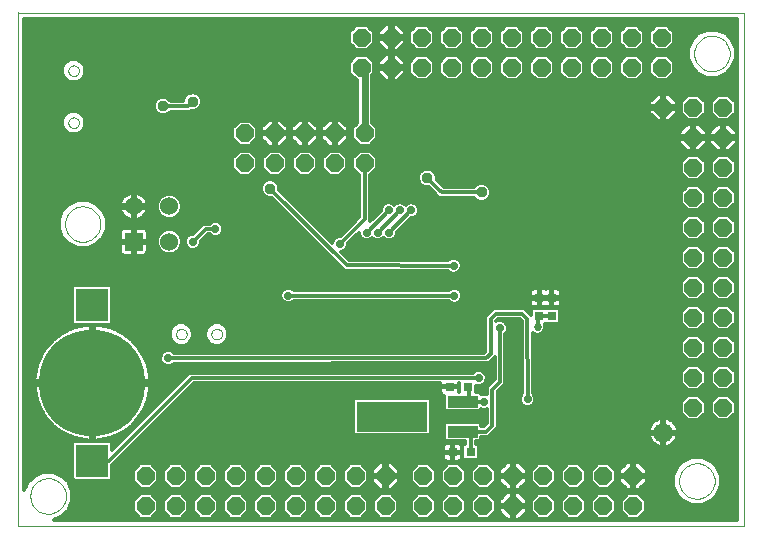
<source format=gbl>
G75*
G70*
%OFA0B0*%
%FSLAX24Y24*%
%IPPOS*%
%LPD*%
%AMOC8*
5,1,8,0,0,1.08239X$1,22.5*
%
%ADD10C,0.0000*%
%ADD11R,0.0315X0.0315*%
%ADD12R,0.1095X0.1095*%
%ADD13C,0.3543*%
%ADD14R,0.0602X0.0602*%
%ADD15C,0.0602*%
%ADD16OC8,0.0591*%
%ADD17OC8,0.0600*%
%ADD18R,0.2362X0.0984*%
%ADD19R,0.0984X0.0394*%
%ADD20C,0.0660*%
%ADD21C,0.0376*%
%ADD22C,0.0270*%
%ADD23C,0.0120*%
%ADD24C,0.0240*%
%ADD25C,0.0290*%
D10*
X000599Y000160D02*
X000599Y017278D01*
X000600Y017276D02*
X024780Y017276D01*
X024780Y000156D01*
X024779Y000160D02*
X000599Y000160D01*
X001008Y001160D02*
X001010Y001208D01*
X001016Y001256D01*
X001026Y001303D01*
X001039Y001349D01*
X001057Y001394D01*
X001077Y001438D01*
X001102Y001480D01*
X001130Y001519D01*
X001160Y001556D01*
X001194Y001590D01*
X001231Y001622D01*
X001269Y001651D01*
X001310Y001676D01*
X001353Y001698D01*
X001398Y001716D01*
X001444Y001730D01*
X001491Y001741D01*
X001539Y001748D01*
X001587Y001751D01*
X001635Y001750D01*
X001683Y001745D01*
X001731Y001736D01*
X001777Y001724D01*
X001822Y001707D01*
X001866Y001687D01*
X001908Y001664D01*
X001948Y001637D01*
X001986Y001607D01*
X002021Y001574D01*
X002053Y001538D01*
X002083Y001500D01*
X002109Y001459D01*
X002131Y001416D01*
X002151Y001372D01*
X002166Y001327D01*
X002178Y001280D01*
X002186Y001232D01*
X002190Y001184D01*
X002190Y001136D01*
X002186Y001088D01*
X002178Y001040D01*
X002166Y000993D01*
X002151Y000948D01*
X002131Y000904D01*
X002109Y000861D01*
X002083Y000820D01*
X002053Y000782D01*
X002021Y000746D01*
X001986Y000713D01*
X001948Y000683D01*
X001908Y000656D01*
X001866Y000633D01*
X001822Y000613D01*
X001777Y000596D01*
X001731Y000584D01*
X001683Y000575D01*
X001635Y000570D01*
X001587Y000569D01*
X001539Y000572D01*
X001491Y000579D01*
X001444Y000590D01*
X001398Y000604D01*
X001353Y000622D01*
X001310Y000644D01*
X001269Y000669D01*
X001231Y000698D01*
X001194Y000730D01*
X001160Y000764D01*
X001130Y000801D01*
X001102Y000840D01*
X001077Y000882D01*
X001057Y000926D01*
X001039Y000971D01*
X001026Y001017D01*
X001016Y001064D01*
X001010Y001112D01*
X001008Y001160D01*
X005861Y006558D02*
X005863Y006584D01*
X005869Y006610D01*
X005879Y006635D01*
X005892Y006658D01*
X005908Y006678D01*
X005928Y006696D01*
X005950Y006711D01*
X005973Y006723D01*
X005999Y006731D01*
X006025Y006735D01*
X006051Y006735D01*
X006077Y006731D01*
X006103Y006723D01*
X006127Y006711D01*
X006148Y006696D01*
X006168Y006678D01*
X006184Y006658D01*
X006197Y006635D01*
X006207Y006610D01*
X006213Y006584D01*
X006215Y006558D01*
X006213Y006532D01*
X006207Y006506D01*
X006197Y006481D01*
X006184Y006458D01*
X006168Y006438D01*
X006148Y006420D01*
X006126Y006405D01*
X006103Y006393D01*
X006077Y006385D01*
X006051Y006381D01*
X006025Y006381D01*
X005999Y006385D01*
X005973Y006393D01*
X005949Y006405D01*
X005928Y006420D01*
X005908Y006438D01*
X005892Y006458D01*
X005879Y006481D01*
X005869Y006506D01*
X005863Y006532D01*
X005861Y006558D01*
X007042Y006558D02*
X007044Y006584D01*
X007050Y006610D01*
X007060Y006635D01*
X007073Y006658D01*
X007089Y006678D01*
X007109Y006696D01*
X007131Y006711D01*
X007154Y006723D01*
X007180Y006731D01*
X007206Y006735D01*
X007232Y006735D01*
X007258Y006731D01*
X007284Y006723D01*
X007308Y006711D01*
X007329Y006696D01*
X007349Y006678D01*
X007365Y006658D01*
X007378Y006635D01*
X007388Y006610D01*
X007394Y006584D01*
X007396Y006558D01*
X007394Y006532D01*
X007388Y006506D01*
X007378Y006481D01*
X007365Y006458D01*
X007349Y006438D01*
X007329Y006420D01*
X007307Y006405D01*
X007284Y006393D01*
X007258Y006385D01*
X007232Y006381D01*
X007206Y006381D01*
X007180Y006385D01*
X007154Y006393D01*
X007130Y006405D01*
X007109Y006420D01*
X007089Y006438D01*
X007073Y006458D01*
X007060Y006481D01*
X007050Y006506D01*
X007044Y006532D01*
X007042Y006558D01*
X002162Y010225D02*
X002164Y010273D01*
X002170Y010321D01*
X002180Y010368D01*
X002193Y010414D01*
X002211Y010459D01*
X002231Y010503D01*
X002256Y010545D01*
X002284Y010584D01*
X002314Y010621D01*
X002348Y010655D01*
X002385Y010687D01*
X002423Y010716D01*
X002464Y010741D01*
X002507Y010763D01*
X002552Y010781D01*
X002598Y010795D01*
X002645Y010806D01*
X002693Y010813D01*
X002741Y010816D01*
X002789Y010815D01*
X002837Y010810D01*
X002885Y010801D01*
X002931Y010789D01*
X002976Y010772D01*
X003020Y010752D01*
X003062Y010729D01*
X003102Y010702D01*
X003140Y010672D01*
X003175Y010639D01*
X003207Y010603D01*
X003237Y010565D01*
X003263Y010524D01*
X003285Y010481D01*
X003305Y010437D01*
X003320Y010392D01*
X003332Y010345D01*
X003340Y010297D01*
X003344Y010249D01*
X003344Y010201D01*
X003340Y010153D01*
X003332Y010105D01*
X003320Y010058D01*
X003305Y010013D01*
X003285Y009969D01*
X003263Y009926D01*
X003237Y009885D01*
X003207Y009847D01*
X003175Y009811D01*
X003140Y009778D01*
X003102Y009748D01*
X003062Y009721D01*
X003020Y009698D01*
X002976Y009678D01*
X002931Y009661D01*
X002885Y009649D01*
X002837Y009640D01*
X002789Y009635D01*
X002741Y009634D01*
X002693Y009637D01*
X002645Y009644D01*
X002598Y009655D01*
X002552Y009669D01*
X002507Y009687D01*
X002464Y009709D01*
X002423Y009734D01*
X002385Y009763D01*
X002348Y009795D01*
X002314Y009829D01*
X002284Y009866D01*
X002256Y009905D01*
X002231Y009947D01*
X002211Y009991D01*
X002193Y010036D01*
X002180Y010082D01*
X002170Y010129D01*
X002164Y010177D01*
X002162Y010225D01*
X002273Y013602D02*
X002275Y013628D01*
X002281Y013654D01*
X002291Y013679D01*
X002304Y013702D01*
X002320Y013722D01*
X002340Y013740D01*
X002362Y013755D01*
X002385Y013767D01*
X002411Y013775D01*
X002437Y013779D01*
X002463Y013779D01*
X002489Y013775D01*
X002515Y013767D01*
X002539Y013755D01*
X002560Y013740D01*
X002580Y013722D01*
X002596Y013702D01*
X002609Y013679D01*
X002619Y013654D01*
X002625Y013628D01*
X002627Y013602D01*
X002625Y013576D01*
X002619Y013550D01*
X002609Y013525D01*
X002596Y013502D01*
X002580Y013482D01*
X002560Y013464D01*
X002538Y013449D01*
X002515Y013437D01*
X002489Y013429D01*
X002463Y013425D01*
X002437Y013425D01*
X002411Y013429D01*
X002385Y013437D01*
X002361Y013449D01*
X002340Y013464D01*
X002320Y013482D01*
X002304Y013502D01*
X002291Y013525D01*
X002281Y013550D01*
X002275Y013576D01*
X002273Y013602D01*
X002273Y015335D02*
X002275Y015361D01*
X002281Y015387D01*
X002291Y015412D01*
X002304Y015435D01*
X002320Y015455D01*
X002340Y015473D01*
X002362Y015488D01*
X002385Y015500D01*
X002411Y015508D01*
X002437Y015512D01*
X002463Y015512D01*
X002489Y015508D01*
X002515Y015500D01*
X002539Y015488D01*
X002560Y015473D01*
X002580Y015455D01*
X002596Y015435D01*
X002609Y015412D01*
X002619Y015387D01*
X002625Y015361D01*
X002627Y015335D01*
X002625Y015309D01*
X002619Y015283D01*
X002609Y015258D01*
X002596Y015235D01*
X002580Y015215D01*
X002560Y015197D01*
X002538Y015182D01*
X002515Y015170D01*
X002489Y015162D01*
X002463Y015158D01*
X002437Y015158D01*
X002411Y015162D01*
X002385Y015170D01*
X002361Y015182D01*
X002340Y015197D01*
X002320Y015215D01*
X002304Y015235D01*
X002291Y015258D01*
X002281Y015283D01*
X002275Y015309D01*
X002273Y015335D01*
X022633Y001660D02*
X022635Y001708D01*
X022641Y001756D01*
X022651Y001803D01*
X022664Y001849D01*
X022682Y001894D01*
X022702Y001938D01*
X022727Y001980D01*
X022755Y002019D01*
X022785Y002056D01*
X022819Y002090D01*
X022856Y002122D01*
X022894Y002151D01*
X022935Y002176D01*
X022978Y002198D01*
X023023Y002216D01*
X023069Y002230D01*
X023116Y002241D01*
X023164Y002248D01*
X023212Y002251D01*
X023260Y002250D01*
X023308Y002245D01*
X023356Y002236D01*
X023402Y002224D01*
X023447Y002207D01*
X023491Y002187D01*
X023533Y002164D01*
X023573Y002137D01*
X023611Y002107D01*
X023646Y002074D01*
X023678Y002038D01*
X023708Y002000D01*
X023734Y001959D01*
X023756Y001916D01*
X023776Y001872D01*
X023791Y001827D01*
X023803Y001780D01*
X023811Y001732D01*
X023815Y001684D01*
X023815Y001636D01*
X023811Y001588D01*
X023803Y001540D01*
X023791Y001493D01*
X023776Y001448D01*
X023756Y001404D01*
X023734Y001361D01*
X023708Y001320D01*
X023678Y001282D01*
X023646Y001246D01*
X023611Y001213D01*
X023573Y001183D01*
X023533Y001156D01*
X023491Y001133D01*
X023447Y001113D01*
X023402Y001096D01*
X023356Y001084D01*
X023308Y001075D01*
X023260Y001070D01*
X023212Y001069D01*
X023164Y001072D01*
X023116Y001079D01*
X023069Y001090D01*
X023023Y001104D01*
X022978Y001122D01*
X022935Y001144D01*
X022894Y001169D01*
X022856Y001198D01*
X022819Y001230D01*
X022785Y001264D01*
X022755Y001301D01*
X022727Y001340D01*
X022702Y001382D01*
X022682Y001426D01*
X022664Y001471D01*
X022651Y001517D01*
X022641Y001564D01*
X022635Y001612D01*
X022633Y001660D01*
X023133Y015910D02*
X023135Y015958D01*
X023141Y016006D01*
X023151Y016053D01*
X023164Y016099D01*
X023182Y016144D01*
X023202Y016188D01*
X023227Y016230D01*
X023255Y016269D01*
X023285Y016306D01*
X023319Y016340D01*
X023356Y016372D01*
X023394Y016401D01*
X023435Y016426D01*
X023478Y016448D01*
X023523Y016466D01*
X023569Y016480D01*
X023616Y016491D01*
X023664Y016498D01*
X023712Y016501D01*
X023760Y016500D01*
X023808Y016495D01*
X023856Y016486D01*
X023902Y016474D01*
X023947Y016457D01*
X023991Y016437D01*
X024033Y016414D01*
X024073Y016387D01*
X024111Y016357D01*
X024146Y016324D01*
X024178Y016288D01*
X024208Y016250D01*
X024234Y016209D01*
X024256Y016166D01*
X024276Y016122D01*
X024291Y016077D01*
X024303Y016030D01*
X024311Y015982D01*
X024315Y015934D01*
X024315Y015886D01*
X024311Y015838D01*
X024303Y015790D01*
X024291Y015743D01*
X024276Y015698D01*
X024256Y015654D01*
X024234Y015611D01*
X024208Y015570D01*
X024178Y015532D01*
X024146Y015496D01*
X024111Y015463D01*
X024073Y015433D01*
X024033Y015406D01*
X023991Y015383D01*
X023947Y015363D01*
X023902Y015346D01*
X023856Y015334D01*
X023808Y015325D01*
X023760Y015320D01*
X023712Y015319D01*
X023664Y015322D01*
X023616Y015329D01*
X023569Y015340D01*
X023523Y015354D01*
X023478Y015372D01*
X023435Y015394D01*
X023394Y015419D01*
X023356Y015448D01*
X023319Y015480D01*
X023285Y015514D01*
X023255Y015551D01*
X023227Y015590D01*
X023202Y015632D01*
X023182Y015676D01*
X023164Y015721D01*
X023151Y015767D01*
X023141Y015814D01*
X023135Y015862D01*
X023133Y015910D01*
D11*
X018391Y007763D03*
X017965Y007763D03*
X017965Y007163D03*
X018391Y007163D03*
X015588Y004811D03*
X014988Y004811D03*
X015083Y002625D03*
X015683Y002625D03*
D12*
X003074Y002335D03*
X003074Y007535D03*
D13*
X003074Y004935D03*
D14*
X004454Y009634D03*
D15*
X005635Y009634D03*
X005635Y010815D03*
X004454Y010815D03*
D16*
X008150Y012256D03*
X009150Y012256D03*
X010150Y012256D03*
X011150Y012256D03*
X012150Y012256D03*
X012150Y013256D03*
X011150Y013256D03*
X010150Y013256D03*
X009150Y013256D03*
X008150Y013256D03*
D17*
X012050Y015444D03*
X013050Y015444D03*
X014050Y015444D03*
X015050Y015444D03*
X016050Y015444D03*
X017050Y015444D03*
X018050Y015444D03*
X019050Y015444D03*
X020050Y015444D03*
X021050Y015444D03*
X022050Y015444D03*
X022050Y016444D03*
X021050Y016444D03*
X020050Y016444D03*
X019050Y016444D03*
X018050Y016444D03*
X017050Y016444D03*
X016050Y016444D03*
X015050Y016444D03*
X014050Y016444D03*
X013050Y016444D03*
X012050Y016444D03*
X022101Y014110D03*
X023100Y014106D03*
X024100Y014106D03*
X024100Y013106D03*
X023100Y013106D03*
X023100Y012106D03*
X024100Y012106D03*
X024100Y011106D03*
X023100Y011106D03*
X023100Y010106D03*
X024100Y010106D03*
X024100Y009106D03*
X023100Y009106D03*
X023100Y008106D03*
X024100Y008106D03*
X024100Y007106D03*
X023100Y007106D03*
X023100Y006106D03*
X024100Y006106D03*
X024100Y005106D03*
X023100Y005106D03*
X023100Y004106D03*
X024100Y004106D03*
X021100Y001831D03*
X020100Y001831D03*
X019100Y001831D03*
X018100Y001831D03*
X017100Y001831D03*
X016100Y001831D03*
X015100Y001831D03*
X014100Y001831D03*
X012850Y001831D03*
X011850Y001831D03*
X010850Y001831D03*
X009850Y001831D03*
X008850Y001831D03*
X007850Y001831D03*
X006850Y001831D03*
X005850Y001831D03*
X004850Y001831D03*
X004850Y000831D03*
X005850Y000831D03*
X006850Y000831D03*
X007850Y000831D03*
X008850Y000831D03*
X009850Y000831D03*
X010850Y000831D03*
X011850Y000831D03*
X012850Y000831D03*
X014100Y000831D03*
X015100Y000831D03*
X016100Y000831D03*
X017100Y000831D03*
X018100Y000831D03*
X019100Y000831D03*
X020100Y000831D03*
X021100Y000831D03*
D18*
X013049Y003810D03*
D19*
X015411Y003310D03*
X015411Y004310D03*
D20*
X022104Y003273D03*
D21*
X021659Y003901D03*
X019100Y002815D03*
X014770Y006069D03*
X017038Y006919D03*
X018900Y006744D03*
X020499Y006115D03*
X019590Y008832D03*
X016050Y011281D03*
X014238Y011756D03*
X014350Y012985D03*
X011638Y012909D03*
X010650Y012922D03*
X009650Y012922D03*
X008650Y012922D03*
X009000Y011406D03*
X009613Y011356D03*
X006415Y014306D03*
X005425Y014156D03*
X002400Y016297D03*
X002400Y016797D03*
X004900Y016797D03*
X008150Y016547D03*
X008525Y015797D03*
X008525Y015297D03*
X008525Y014797D03*
X006109Y008526D03*
X023610Y012724D03*
D22*
X017912Y006799D03*
X016945Y005388D03*
X016379Y003042D03*
D23*
X016274Y003130D02*
X016474Y003330D01*
X016579Y003435D01*
X016579Y004635D01*
X016789Y004845D01*
X016842Y004898D01*
X016842Y004971D01*
X016842Y006552D01*
X016887Y006596D01*
X016927Y006694D01*
X016927Y006799D01*
X016887Y006897D01*
X016813Y006971D01*
X016715Y007012D01*
X016610Y007012D01*
X016529Y006978D01*
X016529Y006985D01*
X016599Y007055D01*
X017325Y007055D01*
X017397Y006983D01*
X017397Y004578D01*
X017353Y004534D01*
X017313Y004436D01*
X017313Y004331D01*
X017353Y004233D01*
X017427Y004159D01*
X017525Y004119D01*
X017630Y004119D01*
X017728Y004159D01*
X017802Y004233D01*
X017842Y004331D01*
X017842Y004436D01*
X017802Y004534D01*
X017757Y004578D01*
X017757Y006594D01*
X017768Y006583D01*
X017861Y006544D01*
X017963Y006544D01*
X018057Y006583D01*
X018128Y006655D01*
X018167Y006748D01*
X018167Y006850D01*
X018152Y006885D01*
X018172Y006885D01*
X018178Y006891D01*
X018184Y006885D01*
X018598Y006885D01*
X018668Y006956D01*
X018668Y007370D01*
X018598Y007440D01*
X018184Y007440D01*
X018178Y007435D01*
X018172Y007440D01*
X017758Y007440D01*
X017688Y007370D01*
X017688Y007201D01*
X017474Y007415D01*
X016450Y007415D01*
X016344Y007310D01*
X016169Y007135D01*
X016169Y005980D01*
X016130Y005940D01*
X005795Y005936D01*
X005750Y005981D01*
X005653Y006021D01*
X005547Y006021D01*
X005450Y005981D01*
X005375Y005906D01*
X005335Y005809D01*
X005335Y005703D01*
X005375Y005606D01*
X005450Y005531D01*
X005547Y005491D01*
X005653Y005491D01*
X005750Y005531D01*
X005795Y005576D01*
X016205Y005580D01*
X016279Y005580D01*
X016331Y005632D01*
X016424Y005725D01*
X016482Y005783D01*
X016482Y005047D01*
X016219Y004785D01*
X016219Y004557D01*
X016178Y004574D01*
X016072Y004574D01*
X016023Y004554D01*
X016023Y004557D01*
X015953Y004627D01*
X015865Y004627D01*
X015865Y004842D01*
X015897Y004829D01*
X016003Y004829D01*
X016100Y004869D01*
X016175Y004943D01*
X016215Y005041D01*
X016215Y005146D01*
X016175Y005244D01*
X016100Y005318D01*
X016003Y005359D01*
X015897Y005359D01*
X015800Y005318D01*
X015755Y005274D01*
X006461Y005277D01*
X006461Y005277D01*
X006388Y005277D01*
X006312Y005278D01*
X006312Y005277D01*
X006259Y005224D01*
X006207Y005172D01*
X003742Y002707D01*
X003742Y002932D01*
X003671Y003002D01*
X002477Y003002D01*
X002407Y002932D01*
X002407Y001738D01*
X002477Y001668D01*
X003671Y001668D01*
X003742Y001738D01*
X003742Y002198D01*
X003804Y002260D01*
X006461Y004917D01*
X014670Y004914D01*
X014670Y004830D01*
X014969Y004830D01*
X014969Y004792D01*
X014670Y004792D01*
X014670Y004632D01*
X014681Y004592D01*
X014702Y004555D01*
X014732Y004525D01*
X014768Y004504D01*
X014799Y004496D01*
X014799Y004063D01*
X014869Y003993D01*
X015953Y003993D01*
X016023Y004063D01*
X016023Y004065D01*
X016072Y004044D01*
X016178Y004044D01*
X016219Y004061D01*
X016219Y003585D01*
X016125Y003490D01*
X016023Y003490D01*
X016023Y003557D01*
X015953Y003627D01*
X014869Y003627D01*
X014799Y003557D01*
X014799Y003063D01*
X014869Y002993D01*
X015503Y002993D01*
X015503Y002909D01*
X015503Y002902D01*
X015475Y002902D01*
X015405Y002832D01*
X015405Y002418D01*
X015475Y002348D01*
X015890Y002348D01*
X015960Y002418D01*
X015960Y002832D01*
X015890Y002902D01*
X015863Y002902D01*
X015863Y002908D01*
X015863Y002983D01*
X015863Y002993D01*
X015953Y002993D01*
X016023Y003063D01*
X016023Y003130D01*
X016274Y003130D01*
X016378Y003235D02*
X022065Y003235D01*
X022065Y003234D02*
X021614Y003234D01*
X021626Y003158D01*
X021649Y003085D01*
X021684Y003016D01*
X021730Y002953D01*
X021784Y002899D01*
X021847Y002854D01*
X021915Y002819D01*
X021989Y002795D01*
X022065Y002783D01*
X022065Y002783D01*
X022065Y003234D01*
X022142Y003234D01*
X022142Y002783D01*
X022218Y002795D01*
X022292Y002819D01*
X022360Y002854D01*
X022423Y002899D01*
X022477Y002953D01*
X022523Y003016D01*
X022558Y003085D01*
X022581Y003158D01*
X022593Y003234D01*
X022593Y003234D01*
X022142Y003234D01*
X022142Y003311D01*
X022593Y003311D01*
X022593Y003311D01*
X022581Y003387D01*
X022558Y003461D01*
X022523Y003529D01*
X022477Y003592D01*
X022423Y003646D01*
X022360Y003692D01*
X022292Y003727D01*
X022218Y003751D01*
X022142Y003763D01*
X022142Y003763D01*
X022142Y003311D01*
X022065Y003311D01*
X022065Y003234D01*
X022142Y003235D02*
X024570Y003235D01*
X024570Y003353D02*
X022587Y003353D01*
X022552Y003472D02*
X024570Y003472D01*
X024570Y003590D02*
X022479Y003590D01*
X022327Y003709D02*
X022904Y003709D01*
X022926Y003686D02*
X023274Y003686D01*
X023520Y003932D01*
X023520Y004280D01*
X023274Y004526D01*
X022926Y004526D01*
X022680Y004280D01*
X022680Y003932D01*
X022926Y003686D01*
X022785Y003827D02*
X016579Y003827D01*
X016579Y003709D02*
X021880Y003709D01*
X021847Y003692D02*
X021784Y003646D01*
X021730Y003592D01*
X021684Y003529D01*
X021649Y003461D01*
X021626Y003387D01*
X021614Y003311D01*
X022065Y003311D01*
X022065Y003763D01*
X021989Y003751D01*
X021915Y003727D01*
X021847Y003692D01*
X021728Y003590D02*
X016579Y003590D01*
X016579Y003472D02*
X021655Y003472D01*
X021620Y003353D02*
X016497Y003353D01*
X016399Y003510D02*
X016199Y003310D01*
X015683Y003310D01*
X015683Y002909D01*
X015683Y002625D01*
X015960Y002642D02*
X024570Y002642D01*
X024570Y002524D02*
X015960Y002524D01*
X015947Y002405D02*
X022931Y002405D01*
X023065Y002461D02*
X022771Y002339D01*
X022545Y002113D01*
X022424Y001819D01*
X022424Y001501D01*
X022545Y001207D01*
X022771Y000981D01*
X023065Y000859D01*
X023383Y000859D01*
X023678Y000981D01*
X023903Y001207D01*
X024025Y001501D01*
X024025Y001819D01*
X023903Y002113D01*
X023678Y002339D01*
X023383Y002461D01*
X023065Y002461D01*
X022718Y002287D02*
X021295Y002287D01*
X021291Y002291D02*
X021140Y002291D01*
X021140Y001871D01*
X021560Y001871D01*
X021560Y002022D01*
X021291Y002291D01*
X021140Y002287D02*
X021060Y002287D01*
X021060Y002291D02*
X020909Y002291D01*
X020640Y002022D01*
X020640Y001871D01*
X021060Y001871D01*
X021060Y001791D01*
X021140Y001791D01*
X021140Y001371D01*
X021291Y001371D01*
X021560Y001641D01*
X021560Y001791D01*
X021140Y001791D01*
X021140Y001871D01*
X021060Y001871D01*
X021060Y002291D01*
X021060Y002168D02*
X021140Y002168D01*
X021140Y002050D02*
X021060Y002050D01*
X021060Y001931D02*
X021140Y001931D01*
X021140Y001813D02*
X022424Y001813D01*
X022424Y001694D02*
X021560Y001694D01*
X021495Y001576D02*
X022424Y001576D01*
X022442Y001457D02*
X021376Y001457D01*
X021274Y001251D02*
X020926Y001251D01*
X020680Y001005D01*
X020680Y000657D01*
X020926Y000411D01*
X021274Y000411D01*
X021520Y000657D01*
X021520Y001005D01*
X021274Y001251D01*
X021305Y001220D02*
X022540Y001220D01*
X022491Y001339D02*
X002392Y001339D01*
X002400Y001319D02*
X002278Y001613D01*
X002053Y001839D01*
X001758Y001961D01*
X001440Y001961D01*
X001146Y001839D01*
X000920Y001613D01*
X000809Y001345D01*
X000809Y017066D01*
X024570Y017066D01*
X024570Y000370D01*
X001784Y000370D01*
X002053Y000481D01*
X002278Y000707D01*
X002400Y001001D01*
X002400Y001319D01*
X002400Y001220D02*
X004645Y001220D01*
X004676Y001251D02*
X004430Y001005D01*
X004430Y000657D01*
X004676Y000411D01*
X005024Y000411D01*
X005270Y000657D01*
X005270Y001005D01*
X005024Y001251D01*
X004676Y001251D01*
X004676Y001411D02*
X005024Y001411D01*
X005270Y001657D01*
X005270Y002005D01*
X005024Y002251D01*
X004676Y002251D01*
X004430Y002005D01*
X004430Y001657D01*
X004676Y001411D01*
X004630Y001457D02*
X002343Y001457D01*
X002294Y001576D02*
X004512Y001576D01*
X004430Y001694D02*
X003698Y001694D01*
X003742Y001813D02*
X004430Y001813D01*
X004430Y001931D02*
X003742Y001931D01*
X003742Y002050D02*
X004474Y002050D01*
X004593Y002168D02*
X003742Y002168D01*
X003830Y002287D02*
X012655Y002287D01*
X012659Y002291D02*
X012390Y002022D01*
X012390Y001871D01*
X012810Y001871D01*
X012810Y001791D01*
X012890Y001791D01*
X012890Y001371D01*
X013041Y001371D01*
X013310Y001641D01*
X013310Y001791D01*
X012890Y001791D01*
X012890Y001871D01*
X013310Y001871D01*
X013310Y002022D01*
X013041Y002291D01*
X012890Y002291D01*
X012890Y001871D01*
X012810Y001871D01*
X012810Y002291D01*
X012659Y002291D01*
X012810Y002287D02*
X012890Y002287D01*
X012890Y002168D02*
X012810Y002168D01*
X012810Y002050D02*
X012890Y002050D01*
X012890Y001931D02*
X012810Y001931D01*
X012810Y001813D02*
X012270Y001813D01*
X012270Y001931D02*
X012390Y001931D01*
X012418Y002050D02*
X012226Y002050D01*
X012270Y002005D02*
X012024Y002251D01*
X011676Y002251D01*
X011430Y002005D01*
X011430Y001657D01*
X011676Y001411D01*
X012024Y001411D01*
X012270Y001657D01*
X012270Y002005D01*
X012107Y002168D02*
X012536Y002168D01*
X012390Y001791D02*
X012390Y001641D01*
X012659Y001371D01*
X012810Y001371D01*
X012810Y001791D01*
X012390Y001791D01*
X012390Y001694D02*
X012270Y001694D01*
X012188Y001576D02*
X012455Y001576D01*
X012574Y001457D02*
X012070Y001457D01*
X012024Y001251D02*
X011676Y001251D01*
X011430Y001005D01*
X011430Y000657D01*
X011676Y000411D01*
X012024Y000411D01*
X012270Y000657D01*
X012270Y001005D01*
X012024Y001251D01*
X012055Y001220D02*
X012645Y001220D01*
X012676Y001251D02*
X012430Y001005D01*
X012430Y000657D01*
X012676Y000411D01*
X013024Y000411D01*
X013270Y000657D01*
X013270Y001005D01*
X013024Y001251D01*
X012676Y001251D01*
X012526Y001102D02*
X012174Y001102D01*
X012270Y000983D02*
X012430Y000983D01*
X012430Y000865D02*
X012270Y000865D01*
X012270Y000746D02*
X012430Y000746D01*
X012460Y000628D02*
X012240Y000628D01*
X012122Y000509D02*
X012578Y000509D01*
X013122Y000509D02*
X013828Y000509D01*
X013926Y000411D02*
X014274Y000411D01*
X014520Y000657D01*
X014520Y001005D01*
X014274Y001251D01*
X013926Y001251D01*
X013680Y001005D01*
X013680Y000657D01*
X013926Y000411D01*
X013710Y000628D02*
X013240Y000628D01*
X013270Y000746D02*
X013680Y000746D01*
X013680Y000865D02*
X013270Y000865D01*
X013270Y000983D02*
X013680Y000983D01*
X013776Y001102D02*
X013174Y001102D01*
X013055Y001220D02*
X013895Y001220D01*
X013926Y001411D02*
X014274Y001411D01*
X014520Y001657D01*
X014520Y002005D01*
X014274Y002251D01*
X013926Y002251D01*
X013680Y002005D01*
X013680Y001657D01*
X013926Y001411D01*
X013880Y001457D02*
X013126Y001457D01*
X013245Y001576D02*
X013762Y001576D01*
X013680Y001694D02*
X013310Y001694D01*
X013680Y001813D02*
X012890Y001813D01*
X012890Y001694D02*
X012810Y001694D01*
X012810Y001576D02*
X012890Y001576D01*
X012890Y001457D02*
X012810Y001457D01*
X013310Y001931D02*
X013680Y001931D01*
X013724Y002050D02*
X013282Y002050D01*
X013164Y002168D02*
X013843Y002168D01*
X014357Y002168D02*
X014843Y002168D01*
X014926Y002251D02*
X014680Y002005D01*
X014680Y001657D01*
X014926Y001411D01*
X015274Y001411D01*
X015520Y001657D01*
X015520Y002005D01*
X015274Y002251D01*
X014926Y002251D01*
X014904Y002308D02*
X015064Y002308D01*
X015064Y002606D01*
X015101Y002606D01*
X015101Y002308D01*
X015261Y002308D01*
X015302Y002318D01*
X015338Y002339D01*
X015368Y002369D01*
X015389Y002406D01*
X015400Y002446D01*
X015400Y002606D01*
X015101Y002606D01*
X015101Y002644D01*
X015064Y002644D01*
X015064Y002942D01*
X014904Y002942D01*
X014863Y002932D01*
X014827Y002911D01*
X014797Y002881D01*
X014776Y002844D01*
X014765Y002804D01*
X014765Y002644D01*
X015064Y002644D01*
X015064Y002606D01*
X014765Y002606D01*
X014765Y002446D01*
X014776Y002406D01*
X014797Y002369D01*
X014827Y002339D01*
X014863Y002318D01*
X014904Y002308D01*
X014776Y002405D02*
X003949Y002405D01*
X004067Y002524D02*
X014765Y002524D01*
X014765Y002761D02*
X004304Y002761D01*
X004423Y002879D02*
X014796Y002879D01*
X014865Y002998D02*
X004541Y002998D01*
X004660Y003116D02*
X014799Y003116D01*
X014799Y003235D02*
X014316Y003235D01*
X014350Y003268D02*
X014279Y003198D01*
X011818Y003198D01*
X011747Y003268D01*
X011747Y004352D01*
X011818Y004422D01*
X014279Y004422D01*
X014350Y004352D01*
X014350Y003268D01*
X014350Y003353D02*
X014799Y003353D01*
X014799Y003472D02*
X014350Y003472D01*
X014350Y003590D02*
X014832Y003590D01*
X014350Y003709D02*
X016219Y003709D01*
X016219Y003827D02*
X014350Y003827D01*
X014350Y003946D02*
X016219Y003946D01*
X016024Y004064D02*
X016023Y004064D01*
X016125Y004309D02*
X015632Y004310D01*
X015632Y004698D01*
X015588Y004811D01*
X015865Y004775D02*
X016219Y004775D01*
X016219Y004657D02*
X015865Y004657D01*
X016125Y004894D02*
X016328Y004894D01*
X016447Y005012D02*
X016203Y005012D01*
X016215Y005131D02*
X016482Y005131D01*
X016482Y005249D02*
X016169Y005249D01*
X015950Y005094D02*
X006387Y005098D01*
X003624Y002335D01*
X003074Y002335D01*
X003742Y002761D02*
X003795Y002761D01*
X003742Y002879D02*
X003914Y002879D01*
X004032Y002998D02*
X003676Y002998D01*
X003656Y003091D02*
X003814Y003149D01*
X003967Y003220D01*
X004113Y003304D01*
X004251Y003401D01*
X004380Y003509D01*
X004500Y003629D01*
X004608Y003758D01*
X004705Y003896D01*
X004789Y004042D01*
X004860Y004195D01*
X004918Y004354D01*
X004962Y004517D01*
X004991Y004683D01*
X005006Y004851D01*
X005006Y004875D01*
X003134Y004875D01*
X003134Y003003D01*
X003158Y003003D01*
X003327Y003018D01*
X003493Y003047D01*
X003656Y003091D01*
X003724Y003116D02*
X004151Y003116D01*
X004269Y003235D02*
X003992Y003235D01*
X004183Y003353D02*
X004388Y003353D01*
X004335Y003472D02*
X004506Y003472D01*
X004461Y003590D02*
X004625Y003590D01*
X004567Y003709D02*
X004743Y003709D01*
X004656Y003827D02*
X004862Y003827D01*
X004980Y003946D02*
X004733Y003946D01*
X004799Y004064D02*
X005099Y004064D01*
X005217Y004183D02*
X004855Y004183D01*
X004899Y004301D02*
X005336Y004301D01*
X005454Y004420D02*
X004936Y004420D01*
X004966Y004538D02*
X005573Y004538D01*
X005691Y004657D02*
X004986Y004657D01*
X004999Y004775D02*
X005810Y004775D01*
X005928Y004894D02*
X003134Y004894D01*
X003134Y004875D02*
X003134Y004995D01*
X003014Y004995D01*
X003014Y004875D01*
X001142Y004875D01*
X001142Y004851D01*
X001157Y004683D01*
X001186Y004517D01*
X001230Y004354D01*
X001288Y004195D01*
X001359Y004042D01*
X001443Y003896D01*
X001540Y003758D01*
X001649Y003629D01*
X001768Y003509D01*
X001897Y003401D01*
X002035Y003304D01*
X002181Y003220D01*
X002334Y003149D01*
X002493Y003091D01*
X002656Y003047D01*
X002822Y003018D01*
X002990Y003003D01*
X003014Y003003D01*
X003014Y004875D01*
X003134Y004875D01*
X003134Y004775D02*
X003014Y004775D01*
X003014Y004657D02*
X003134Y004657D01*
X003134Y004538D02*
X003014Y004538D01*
X003014Y004420D02*
X003134Y004420D01*
X003134Y004301D02*
X003014Y004301D01*
X003014Y004183D02*
X003134Y004183D01*
X003134Y004064D02*
X003014Y004064D01*
X003014Y003946D02*
X003134Y003946D01*
X003134Y003827D02*
X003014Y003827D01*
X003014Y003709D02*
X003134Y003709D01*
X003134Y003590D02*
X003014Y003590D01*
X003014Y003472D02*
X003134Y003472D01*
X003134Y003353D02*
X003014Y003353D01*
X003014Y003235D02*
X003134Y003235D01*
X003134Y003116D02*
X003014Y003116D01*
X002472Y002998D02*
X000809Y002998D01*
X000809Y003116D02*
X002424Y003116D01*
X002407Y002879D02*
X000809Y002879D01*
X000809Y002761D02*
X002407Y002761D01*
X002407Y002642D02*
X000809Y002642D01*
X000809Y002524D02*
X002407Y002524D01*
X002407Y002405D02*
X000809Y002405D01*
X000809Y002287D02*
X002407Y002287D01*
X002407Y002168D02*
X000809Y002168D01*
X000809Y002050D02*
X002407Y002050D01*
X002407Y001931D02*
X001830Y001931D01*
X002079Y001813D02*
X002407Y001813D01*
X002450Y001694D02*
X002197Y001694D01*
X002400Y001102D02*
X004526Y001102D01*
X004430Y000983D02*
X002392Y000983D01*
X002343Y000865D02*
X004430Y000865D01*
X004430Y000746D02*
X002294Y000746D01*
X002199Y000628D02*
X004460Y000628D01*
X004578Y000509D02*
X002080Y000509D01*
X001833Y000391D02*
X016890Y000391D01*
X016909Y000371D02*
X017060Y000371D01*
X017060Y000791D01*
X017140Y000791D01*
X017140Y000371D01*
X017291Y000371D01*
X017560Y000641D01*
X017560Y000791D01*
X017140Y000791D01*
X017140Y000871D01*
X017560Y000871D01*
X017560Y001022D01*
X017291Y001291D01*
X017140Y001291D01*
X017140Y000871D01*
X017060Y000871D01*
X017060Y000791D01*
X016640Y000791D01*
X016640Y000641D01*
X016909Y000371D01*
X017060Y000391D02*
X017140Y000391D01*
X017140Y000509D02*
X017060Y000509D01*
X017060Y000628D02*
X017140Y000628D01*
X017140Y000746D02*
X017060Y000746D01*
X017060Y000865D02*
X016520Y000865D01*
X016520Y000983D02*
X016640Y000983D01*
X016640Y001022D02*
X016640Y000871D01*
X017060Y000871D01*
X017060Y001291D01*
X016909Y001291D01*
X016640Y001022D01*
X016720Y001102D02*
X016424Y001102D01*
X016520Y001005D02*
X016274Y001251D01*
X015926Y001251D01*
X015680Y001005D01*
X015680Y000657D01*
X015926Y000411D01*
X016274Y000411D01*
X016520Y000657D01*
X016520Y001005D01*
X016520Y000746D02*
X016640Y000746D01*
X016653Y000628D02*
X016490Y000628D01*
X016372Y000509D02*
X016772Y000509D01*
X017140Y000865D02*
X017680Y000865D01*
X017680Y000983D02*
X017560Y000983D01*
X017680Y001005D02*
X017680Y000657D01*
X017926Y000411D01*
X018274Y000411D01*
X018520Y000657D01*
X018520Y001005D01*
X018274Y001251D01*
X017926Y001251D01*
X017680Y001005D01*
X017776Y001102D02*
X017480Y001102D01*
X017362Y001220D02*
X017895Y001220D01*
X017926Y001411D02*
X018274Y001411D01*
X018520Y001657D01*
X018520Y002005D01*
X018274Y002251D01*
X017926Y002251D01*
X017680Y002005D01*
X017680Y001657D01*
X017926Y001411D01*
X017880Y001457D02*
X017376Y001457D01*
X017291Y001371D02*
X017140Y001371D01*
X017140Y001791D01*
X017060Y001791D01*
X017060Y001371D01*
X016909Y001371D01*
X016640Y001641D01*
X016640Y001791D01*
X017060Y001791D01*
X017060Y001871D01*
X016640Y001871D01*
X016640Y002022D01*
X016909Y002291D01*
X017060Y002291D01*
X017060Y001871D01*
X017140Y001871D01*
X017560Y001871D01*
X017560Y002022D01*
X017291Y002291D01*
X017140Y002291D01*
X017140Y001871D01*
X017140Y001791D01*
X017560Y001791D01*
X017560Y001641D01*
X017291Y001371D01*
X017140Y001457D02*
X017060Y001457D01*
X017060Y001576D02*
X017140Y001576D01*
X017140Y001694D02*
X017060Y001694D01*
X017060Y001813D02*
X016520Y001813D01*
X016520Y001931D02*
X016640Y001931D01*
X016668Y002050D02*
X016476Y002050D01*
X016520Y002005D02*
X016274Y002251D01*
X015926Y002251D01*
X015680Y002005D01*
X015680Y001657D01*
X015926Y001411D01*
X016274Y001411D01*
X016520Y001657D01*
X016520Y002005D01*
X016357Y002168D02*
X016786Y002168D01*
X016905Y002287D02*
X013045Y002287D01*
X014476Y002050D02*
X014724Y002050D01*
X014680Y001931D02*
X014520Y001931D01*
X014520Y001813D02*
X014680Y001813D01*
X014680Y001694D02*
X014520Y001694D01*
X014438Y001576D02*
X014762Y001576D01*
X014880Y001457D02*
X014320Y001457D01*
X014305Y001220D02*
X014895Y001220D01*
X014926Y001251D02*
X014680Y001005D01*
X014680Y000657D01*
X014926Y000411D01*
X015274Y000411D01*
X015520Y000657D01*
X015520Y001005D01*
X015274Y001251D01*
X014926Y001251D01*
X014776Y001102D02*
X014424Y001102D01*
X014520Y000983D02*
X014680Y000983D01*
X014680Y000865D02*
X014520Y000865D01*
X014520Y000746D02*
X014680Y000746D01*
X014710Y000628D02*
X014490Y000628D01*
X014372Y000509D02*
X014828Y000509D01*
X015372Y000509D02*
X015828Y000509D01*
X015710Y000628D02*
X015490Y000628D01*
X015520Y000746D02*
X015680Y000746D01*
X015680Y000865D02*
X015520Y000865D01*
X015520Y000983D02*
X015680Y000983D01*
X015776Y001102D02*
X015424Y001102D01*
X015305Y001220D02*
X015895Y001220D01*
X015880Y001457D02*
X015320Y001457D01*
X015438Y001576D02*
X015762Y001576D01*
X015680Y001694D02*
X015520Y001694D01*
X015520Y001813D02*
X015680Y001813D01*
X015680Y001931D02*
X015520Y001931D01*
X015476Y002050D02*
X015724Y002050D01*
X015843Y002168D02*
X015357Y002168D01*
X015389Y002405D02*
X015418Y002405D01*
X015405Y002524D02*
X015400Y002524D01*
X015405Y002642D02*
X015101Y002642D01*
X015101Y002644D02*
X015400Y002644D01*
X015400Y002804D01*
X015389Y002844D01*
X015368Y002881D01*
X015338Y002911D01*
X015302Y002932D01*
X015261Y002942D01*
X015101Y002942D01*
X015101Y002644D01*
X015064Y002642D02*
X004186Y002642D01*
X004778Y003235D02*
X011781Y003235D01*
X011747Y003353D02*
X004897Y003353D01*
X005015Y003472D02*
X011747Y003472D01*
X011747Y003590D02*
X005134Y003590D01*
X005252Y003709D02*
X011747Y003709D01*
X011747Y003827D02*
X005371Y003827D01*
X005489Y003946D02*
X011747Y003946D01*
X011747Y004064D02*
X005608Y004064D01*
X005726Y004183D02*
X011747Y004183D01*
X011747Y004301D02*
X005845Y004301D01*
X005963Y004420D02*
X011815Y004420D01*
X014282Y004420D02*
X014799Y004420D01*
X014799Y004301D02*
X014350Y004301D01*
X014350Y004183D02*
X014799Y004183D01*
X014799Y004064D02*
X014350Y004064D01*
X014719Y004538D02*
X006082Y004538D01*
X006200Y004657D02*
X014670Y004657D01*
X014670Y004775D02*
X006319Y004775D01*
X006437Y004894D02*
X014670Y004894D01*
X015006Y004830D02*
X015305Y004830D01*
X015305Y004914D01*
X015310Y004914D01*
X015310Y004627D01*
X015304Y004627D01*
X015305Y004632D01*
X015305Y004792D01*
X015006Y004792D01*
X015006Y004830D01*
X015305Y004775D02*
X015310Y004775D01*
X015305Y004657D02*
X015310Y004657D01*
X015305Y004894D02*
X015310Y004894D01*
X015412Y004348D02*
X015411Y004310D01*
X015632Y004310D01*
X016399Y004710D02*
X016399Y003510D01*
X016219Y003590D02*
X015989Y003590D01*
X015683Y003310D02*
X015411Y003310D01*
X015452Y002879D02*
X015369Y002879D01*
X015400Y002761D02*
X015405Y002761D01*
X015101Y002761D02*
X015064Y002761D01*
X015064Y002879D02*
X015101Y002879D01*
X015101Y002524D02*
X015064Y002524D01*
X015064Y002405D02*
X015101Y002405D01*
X015960Y002761D02*
X024570Y002761D01*
X024570Y002879D02*
X022395Y002879D01*
X022509Y002998D02*
X024570Y002998D01*
X024570Y003116D02*
X022568Y003116D01*
X022142Y003116D02*
X022065Y003116D01*
X022065Y002998D02*
X022142Y002998D01*
X022142Y002879D02*
X022065Y002879D01*
X022142Y002783D02*
X022142Y002783D01*
X021812Y002879D02*
X015913Y002879D01*
X015863Y002983D02*
X015863Y002983D01*
X015957Y002998D02*
X021698Y002998D01*
X021639Y003116D02*
X016023Y003116D01*
X017060Y002287D02*
X017140Y002287D01*
X017140Y002168D02*
X017060Y002168D01*
X017060Y002050D02*
X017140Y002050D01*
X017140Y001931D02*
X017060Y001931D01*
X017140Y001813D02*
X017680Y001813D01*
X017680Y001931D02*
X017560Y001931D01*
X017532Y002050D02*
X017724Y002050D01*
X017843Y002168D02*
X017414Y002168D01*
X017295Y002287D02*
X020905Y002287D01*
X020786Y002168D02*
X020357Y002168D01*
X020274Y002251D02*
X019926Y002251D01*
X019680Y002005D01*
X019680Y001657D01*
X019926Y001411D01*
X020274Y001411D01*
X020520Y001657D01*
X020520Y002005D01*
X020274Y002251D01*
X020476Y002050D02*
X020668Y002050D01*
X020640Y001931D02*
X020520Y001931D01*
X020520Y001813D02*
X021060Y001813D01*
X021060Y001791D02*
X020640Y001791D01*
X020640Y001641D01*
X020909Y001371D01*
X021060Y001371D01*
X021060Y001791D01*
X021060Y001694D02*
X021140Y001694D01*
X021140Y001576D02*
X021060Y001576D01*
X021060Y001457D02*
X021140Y001457D01*
X020824Y001457D02*
X020320Y001457D01*
X020438Y001576D02*
X020705Y001576D01*
X020640Y001694D02*
X020520Y001694D01*
X020274Y001251D02*
X019926Y001251D01*
X019680Y001005D01*
X019680Y000657D01*
X019926Y000411D01*
X020274Y000411D01*
X020520Y000657D01*
X020520Y001005D01*
X020274Y001251D01*
X020305Y001220D02*
X020895Y001220D01*
X020776Y001102D02*
X020424Y001102D01*
X020520Y000983D02*
X020680Y000983D01*
X020680Y000865D02*
X020520Y000865D01*
X020520Y000746D02*
X020680Y000746D01*
X020710Y000628D02*
X020490Y000628D01*
X020372Y000509D02*
X020828Y000509D01*
X021372Y000509D02*
X024570Y000509D01*
X024570Y000391D02*
X017310Y000391D01*
X017428Y000509D02*
X017828Y000509D01*
X017710Y000628D02*
X017547Y000628D01*
X017560Y000746D02*
X017680Y000746D01*
X017140Y000983D02*
X017060Y000983D01*
X017060Y001102D02*
X017140Y001102D01*
X017140Y001220D02*
X017060Y001220D01*
X016838Y001220D02*
X016305Y001220D01*
X016320Y001457D02*
X016824Y001457D01*
X016705Y001576D02*
X016438Y001576D01*
X016520Y001694D02*
X016640Y001694D01*
X017495Y001576D02*
X017762Y001576D01*
X017680Y001694D02*
X017560Y001694D01*
X018320Y001457D02*
X018880Y001457D01*
X018926Y001411D02*
X019274Y001411D01*
X019520Y001657D01*
X019520Y002005D01*
X019274Y002251D01*
X018926Y002251D01*
X018680Y002005D01*
X018680Y001657D01*
X018926Y001411D01*
X018926Y001251D02*
X018680Y001005D01*
X018680Y000657D01*
X018926Y000411D01*
X019274Y000411D01*
X019520Y000657D01*
X019520Y001005D01*
X019274Y001251D01*
X018926Y001251D01*
X018895Y001220D02*
X018305Y001220D01*
X018424Y001102D02*
X018776Y001102D01*
X018680Y000983D02*
X018520Y000983D01*
X018520Y000865D02*
X018680Y000865D01*
X018680Y000746D02*
X018520Y000746D01*
X018490Y000628D02*
X018710Y000628D01*
X018828Y000509D02*
X018372Y000509D01*
X019372Y000509D02*
X019828Y000509D01*
X019710Y000628D02*
X019490Y000628D01*
X019520Y000746D02*
X019680Y000746D01*
X019680Y000865D02*
X019520Y000865D01*
X019520Y000983D02*
X019680Y000983D01*
X019776Y001102D02*
X019424Y001102D01*
X019305Y001220D02*
X019895Y001220D01*
X019880Y001457D02*
X019320Y001457D01*
X019438Y001576D02*
X019762Y001576D01*
X019680Y001694D02*
X019520Y001694D01*
X019520Y001813D02*
X019680Y001813D01*
X019680Y001931D02*
X019520Y001931D01*
X019476Y002050D02*
X019724Y002050D01*
X019843Y002168D02*
X019357Y002168D01*
X018843Y002168D02*
X018357Y002168D01*
X018476Y002050D02*
X018724Y002050D01*
X018680Y001931D02*
X018520Y001931D01*
X018520Y001813D02*
X018680Y001813D01*
X018680Y001694D02*
X018520Y001694D01*
X018438Y001576D02*
X018762Y001576D01*
X021424Y001102D02*
X022650Y001102D01*
X022769Y000983D02*
X021520Y000983D01*
X021520Y000865D02*
X023053Y000865D01*
X023396Y000865D02*
X024570Y000865D01*
X024570Y000983D02*
X023679Y000983D01*
X023798Y001102D02*
X024570Y001102D01*
X024570Y001220D02*
X023908Y001220D01*
X023957Y001339D02*
X024570Y001339D01*
X024570Y001457D02*
X024007Y001457D01*
X024025Y001576D02*
X024570Y001576D01*
X024570Y001694D02*
X024025Y001694D01*
X024025Y001813D02*
X024570Y001813D01*
X024570Y001931D02*
X023978Y001931D01*
X023929Y002050D02*
X024570Y002050D01*
X024570Y002168D02*
X023848Y002168D01*
X023730Y002287D02*
X024570Y002287D01*
X024570Y002405D02*
X023517Y002405D01*
X022600Y002168D02*
X021414Y002168D01*
X021532Y002050D02*
X022519Y002050D01*
X022470Y001931D02*
X021560Y001931D01*
X021520Y000746D02*
X024570Y000746D01*
X024570Y000628D02*
X021490Y000628D01*
X021614Y003234D02*
X021614Y003234D01*
X021614Y003311D02*
X021614Y003311D01*
X022065Y003353D02*
X022142Y003353D01*
X022142Y003472D02*
X022065Y003472D01*
X022065Y003590D02*
X022142Y003590D01*
X022142Y003709D02*
X022065Y003709D01*
X022065Y003763D02*
X022065Y003763D01*
X022680Y003946D02*
X016579Y003946D01*
X016579Y004064D02*
X022680Y004064D01*
X022680Y004183D02*
X017751Y004183D01*
X017830Y004301D02*
X022701Y004301D01*
X022819Y004420D02*
X017842Y004420D01*
X017798Y004538D02*
X024570Y004538D01*
X024570Y004420D02*
X024381Y004420D01*
X024274Y004526D02*
X023926Y004526D01*
X023680Y004280D01*
X023680Y003932D01*
X023926Y003686D01*
X024274Y003686D01*
X024520Y003932D01*
X024520Y004280D01*
X024274Y004526D01*
X024274Y004686D02*
X024520Y004932D01*
X024520Y005280D01*
X024274Y005526D01*
X023926Y005526D01*
X023680Y005280D01*
X023680Y004932D01*
X023926Y004686D01*
X024274Y004686D01*
X024363Y004775D02*
X024570Y004775D01*
X024570Y004657D02*
X017757Y004657D01*
X017757Y004775D02*
X022837Y004775D01*
X022926Y004686D02*
X022680Y004932D01*
X022680Y005280D01*
X022926Y005526D01*
X023274Y005526D01*
X023520Y005280D01*
X023520Y004932D01*
X023274Y004686D01*
X022926Y004686D01*
X022719Y004894D02*
X017757Y004894D01*
X017757Y005012D02*
X022680Y005012D01*
X022680Y005131D02*
X017757Y005131D01*
X017757Y005249D02*
X022680Y005249D01*
X022767Y005368D02*
X017757Y005368D01*
X017757Y005486D02*
X022886Y005486D01*
X022926Y005686D02*
X023274Y005686D01*
X023520Y005932D01*
X023520Y006280D01*
X023274Y006526D01*
X022926Y006526D01*
X022680Y006280D01*
X022680Y005932D01*
X022926Y005686D01*
X022889Y005723D02*
X017757Y005723D01*
X017757Y005605D02*
X024570Y005605D01*
X024570Y005723D02*
X024311Y005723D01*
X024274Y005686D02*
X024520Y005932D01*
X024520Y006280D01*
X024274Y006526D01*
X023926Y006526D01*
X023680Y006280D01*
X023680Y005932D01*
X023926Y005686D01*
X024274Y005686D01*
X024314Y005486D02*
X024570Y005486D01*
X024570Y005368D02*
X024433Y005368D01*
X024520Y005249D02*
X024570Y005249D01*
X024570Y005131D02*
X024520Y005131D01*
X024520Y005012D02*
X024570Y005012D01*
X024570Y004894D02*
X024481Y004894D01*
X023837Y004775D02*
X023363Y004775D01*
X023481Y004894D02*
X023719Y004894D01*
X023680Y005012D02*
X023520Y005012D01*
X023520Y005131D02*
X023680Y005131D01*
X023680Y005249D02*
X023520Y005249D01*
X023433Y005368D02*
X023767Y005368D01*
X023886Y005486D02*
X023314Y005486D01*
X023311Y005723D02*
X023889Y005723D01*
X023771Y005842D02*
X023429Y005842D01*
X023520Y005960D02*
X023680Y005960D01*
X023680Y006079D02*
X023520Y006079D01*
X023520Y006197D02*
X023680Y006197D01*
X023715Y006316D02*
X023485Y006316D01*
X023366Y006434D02*
X023834Y006434D01*
X023926Y006686D02*
X024274Y006686D01*
X024520Y006932D01*
X024520Y007280D01*
X024274Y007526D01*
X023926Y007526D01*
X023680Y007280D01*
X023680Y006932D01*
X023926Y006686D01*
X023823Y006790D02*
X023377Y006790D01*
X023274Y006686D02*
X023520Y006932D01*
X023520Y007280D01*
X023274Y007526D01*
X022926Y007526D01*
X022680Y007280D01*
X022680Y006932D01*
X022926Y006686D01*
X023274Y006686D01*
X023496Y006908D02*
X023704Y006908D01*
X023680Y007027D02*
X023520Y007027D01*
X023520Y007145D02*
X023680Y007145D01*
X023680Y007264D02*
X023520Y007264D01*
X023418Y007382D02*
X023782Y007382D01*
X023900Y007501D02*
X023300Y007501D01*
X023274Y007686D02*
X022926Y007686D01*
X022680Y007932D01*
X022680Y008280D01*
X022926Y008526D01*
X023274Y008526D01*
X023520Y008280D01*
X023520Y007932D01*
X023274Y007686D01*
X023325Y007738D02*
X023875Y007738D01*
X023926Y007686D02*
X024274Y007686D01*
X024520Y007932D01*
X024520Y008280D01*
X024274Y008526D01*
X023926Y008526D01*
X023680Y008280D01*
X023680Y007932D01*
X023926Y007686D01*
X023756Y007856D02*
X023444Y007856D01*
X023520Y007975D02*
X023680Y007975D01*
X023680Y008093D02*
X023520Y008093D01*
X023520Y008212D02*
X023680Y008212D01*
X023730Y008330D02*
X023470Y008330D01*
X023352Y008449D02*
X023848Y008449D01*
X023926Y008686D02*
X024274Y008686D01*
X024520Y008932D01*
X024520Y009280D01*
X024274Y009526D01*
X023926Y009526D01*
X023680Y009280D01*
X023680Y008932D01*
X023926Y008686D01*
X023808Y008804D02*
X023392Y008804D01*
X023274Y008686D02*
X023520Y008932D01*
X023520Y009280D01*
X023274Y009526D01*
X022926Y009526D01*
X022680Y009280D01*
X022680Y008932D01*
X022926Y008686D01*
X023274Y008686D01*
X023510Y008923D02*
X023690Y008923D01*
X023680Y009041D02*
X023520Y009041D01*
X023520Y009160D02*
X023680Y009160D01*
X023680Y009278D02*
X023520Y009278D01*
X023404Y009397D02*
X023796Y009397D01*
X023915Y009515D02*
X023285Y009515D01*
X023274Y009686D02*
X023520Y009932D01*
X023520Y010280D01*
X023274Y010526D01*
X022926Y010526D01*
X022680Y010280D01*
X022680Y009932D01*
X022926Y009686D01*
X023274Y009686D01*
X023340Y009752D02*
X023860Y009752D01*
X023926Y009686D02*
X024274Y009686D01*
X024520Y009932D01*
X024520Y010280D01*
X024274Y010526D01*
X023926Y010526D01*
X023680Y010280D01*
X023680Y009932D01*
X023926Y009686D01*
X023742Y009871D02*
X023458Y009871D01*
X023520Y009989D02*
X023680Y009989D01*
X023680Y010108D02*
X023520Y010108D01*
X023520Y010226D02*
X023680Y010226D01*
X023744Y010345D02*
X023456Y010345D01*
X023337Y010463D02*
X023863Y010463D01*
X023926Y010686D02*
X024274Y010686D01*
X024520Y010932D01*
X024520Y011280D01*
X024274Y011526D01*
X023926Y011526D01*
X023680Y011280D01*
X023680Y010932D01*
X023926Y010686D01*
X023912Y010700D02*
X023288Y010700D01*
X023274Y010686D02*
X023520Y010932D01*
X023520Y011280D01*
X023274Y011526D01*
X022926Y011526D01*
X022680Y011280D01*
X022680Y010932D01*
X022926Y010686D01*
X023274Y010686D01*
X023406Y010819D02*
X023794Y010819D01*
X023680Y010937D02*
X023520Y010937D01*
X023520Y011056D02*
X023680Y011056D01*
X023680Y011174D02*
X023520Y011174D01*
X023508Y011293D02*
X023692Y011293D01*
X023811Y011411D02*
X023389Y011411D01*
X023274Y011686D02*
X023520Y011932D01*
X023520Y012280D01*
X023274Y012526D01*
X022926Y012526D01*
X022680Y012280D01*
X022680Y011932D01*
X022926Y011686D01*
X023274Y011686D01*
X023354Y011767D02*
X023846Y011767D01*
X023926Y011686D02*
X023680Y011932D01*
X023680Y012280D01*
X023926Y012526D01*
X024274Y012526D01*
X024520Y012280D01*
X024520Y011932D01*
X024274Y011686D01*
X023926Y011686D01*
X023727Y011885D02*
X023473Y011885D01*
X023520Y012004D02*
X023680Y012004D01*
X023680Y012122D02*
X023520Y012122D01*
X023520Y012241D02*
X023680Y012241D01*
X023759Y012359D02*
X023441Y012359D01*
X023323Y012478D02*
X023877Y012478D01*
X023909Y012646D02*
X023640Y012916D01*
X023640Y013066D01*
X024060Y013066D01*
X024140Y013066D01*
X024140Y012646D01*
X024291Y012646D01*
X024560Y012916D01*
X024560Y013066D01*
X024140Y013066D01*
X024140Y013146D01*
X024560Y013146D01*
X024560Y013297D01*
X024291Y013566D01*
X024140Y013566D01*
X024140Y013146D01*
X024060Y013146D01*
X024060Y013066D01*
X024060Y012646D01*
X023909Y012646D01*
X023841Y012715D02*
X023359Y012715D01*
X023291Y012646D02*
X023560Y012916D01*
X023560Y013066D01*
X023140Y013066D01*
X023140Y012646D01*
X023291Y012646D01*
X023140Y012715D02*
X023060Y012715D01*
X023060Y012646D02*
X023060Y013066D01*
X023140Y013066D01*
X023140Y013146D01*
X023560Y013146D01*
X023560Y013297D01*
X023291Y013566D01*
X023140Y013566D01*
X023140Y013146D01*
X023060Y013146D01*
X023060Y013066D01*
X022640Y013066D01*
X022640Y012916D01*
X022909Y012646D01*
X023060Y012646D01*
X023060Y012833D02*
X023140Y012833D01*
X023140Y012952D02*
X023060Y012952D01*
X023060Y013070D02*
X012551Y013070D01*
X012565Y013084D02*
X012322Y012841D01*
X011978Y012841D01*
X011735Y013084D01*
X011735Y013428D01*
X011910Y013603D01*
X011909Y015024D01*
X011876Y015024D01*
X011630Y015270D01*
X011630Y015618D01*
X011876Y015864D01*
X012224Y015864D01*
X012470Y015618D01*
X012470Y015270D01*
X012389Y015189D01*
X012390Y013604D01*
X012565Y013428D01*
X012565Y013084D01*
X012565Y013189D02*
X022640Y013189D01*
X022640Y013146D02*
X023060Y013146D01*
X023060Y013566D01*
X022909Y013566D01*
X022640Y013297D01*
X022640Y013146D01*
X022650Y013307D02*
X012565Y013307D01*
X012565Y013426D02*
X022769Y013426D01*
X022887Y013544D02*
X012449Y013544D01*
X012390Y013663D02*
X021898Y013663D01*
X021911Y013650D02*
X021641Y013919D01*
X021641Y014070D01*
X022061Y014070D01*
X022061Y014150D01*
X021641Y014150D01*
X021641Y014301D01*
X021911Y014570D01*
X022061Y014570D01*
X022061Y014150D01*
X022141Y014150D01*
X022141Y014570D01*
X022292Y014570D01*
X022561Y014301D01*
X022561Y014150D01*
X022141Y014150D01*
X022141Y014070D01*
X022141Y013650D01*
X022292Y013650D01*
X022561Y013919D01*
X022561Y014070D01*
X022141Y014070D01*
X022061Y014070D01*
X022061Y013650D01*
X021911Y013650D01*
X022061Y013663D02*
X022141Y013663D01*
X022141Y013781D02*
X022061Y013781D01*
X022061Y013900D02*
X022141Y013900D01*
X022141Y014018D02*
X022061Y014018D01*
X022061Y014137D02*
X012390Y014137D01*
X012390Y014255D02*
X021641Y014255D01*
X021714Y014374D02*
X012390Y014374D01*
X012389Y014492D02*
X021833Y014492D01*
X022061Y014492D02*
X022141Y014492D01*
X022141Y014374D02*
X022061Y014374D01*
X022061Y014255D02*
X022141Y014255D01*
X022141Y014137D02*
X022680Y014137D01*
X022680Y014255D02*
X022561Y014255D01*
X022680Y014280D02*
X022680Y013932D01*
X022926Y013686D01*
X023274Y013686D01*
X023520Y013932D01*
X023520Y014280D01*
X023274Y014526D01*
X022926Y014526D01*
X022680Y014280D01*
X022773Y014374D02*
X022488Y014374D01*
X022370Y014492D02*
X022892Y014492D01*
X023308Y014492D02*
X023892Y014492D01*
X023926Y014526D02*
X023680Y014280D01*
X023680Y013932D01*
X023926Y013686D01*
X024274Y013686D01*
X024520Y013932D01*
X024520Y014280D01*
X024274Y014526D01*
X023926Y014526D01*
X023773Y014374D02*
X023427Y014374D01*
X023520Y014255D02*
X023680Y014255D01*
X023680Y014137D02*
X023520Y014137D01*
X023520Y014018D02*
X023680Y014018D01*
X023713Y013900D02*
X023487Y013900D01*
X023369Y013781D02*
X023831Y013781D01*
X023909Y013566D02*
X023640Y013297D01*
X023640Y013146D01*
X024060Y013146D01*
X024060Y013566D01*
X023909Y013566D01*
X023887Y013544D02*
X023313Y013544D01*
X023431Y013426D02*
X023769Y013426D01*
X023650Y013307D02*
X023550Y013307D01*
X023560Y013189D02*
X023640Y013189D01*
X023640Y012952D02*
X023560Y012952D01*
X023477Y012833D02*
X023723Y012833D01*
X024060Y012833D02*
X024140Y012833D01*
X024140Y012715D02*
X024060Y012715D01*
X024359Y012715D02*
X024570Y012715D01*
X024570Y012833D02*
X024477Y012833D01*
X024560Y012952D02*
X024570Y012952D01*
X024570Y013070D02*
X024140Y013070D01*
X024060Y013070D02*
X023140Y013070D01*
X023140Y013189D02*
X023060Y013189D01*
X023060Y013307D02*
X023140Y013307D01*
X023140Y013426D02*
X023060Y013426D01*
X023060Y013544D02*
X023140Y013544D01*
X022831Y013781D02*
X022423Y013781D01*
X022541Y013900D02*
X022713Y013900D01*
X022680Y014018D02*
X022561Y014018D01*
X022304Y013663D02*
X024570Y013663D01*
X024570Y013781D02*
X024369Y013781D01*
X024487Y013900D02*
X024570Y013900D01*
X024570Y014018D02*
X024520Y014018D01*
X024520Y014137D02*
X024570Y014137D01*
X024570Y014255D02*
X024520Y014255D01*
X024570Y014374D02*
X024427Y014374D01*
X024308Y014492D02*
X024570Y014492D01*
X024570Y014611D02*
X012389Y014611D01*
X012389Y014729D02*
X024570Y014729D01*
X024570Y014848D02*
X012389Y014848D01*
X012389Y014966D02*
X024570Y014966D01*
X024570Y015085D02*
X022285Y015085D01*
X022224Y015024D02*
X022470Y015270D01*
X022470Y015618D01*
X022224Y015864D01*
X021876Y015864D01*
X021630Y015618D01*
X021630Y015270D01*
X021876Y015024D01*
X022224Y015024D01*
X022403Y015203D02*
X023339Y015203D01*
X023271Y015231D02*
X023565Y015109D01*
X023883Y015109D01*
X024178Y015231D01*
X024403Y015457D01*
X024525Y015751D01*
X024525Y016069D01*
X024403Y016363D01*
X024178Y016589D01*
X023883Y016711D01*
X023565Y016711D01*
X023271Y016589D01*
X023045Y016363D01*
X022924Y016069D01*
X022924Y015751D01*
X023045Y015457D01*
X023271Y015231D01*
X023180Y015322D02*
X022470Y015322D01*
X022470Y015440D02*
X023062Y015440D01*
X023003Y015559D02*
X022470Y015559D01*
X022411Y015677D02*
X022954Y015677D01*
X022924Y015796D02*
X022292Y015796D01*
X022224Y016024D02*
X022470Y016270D01*
X022470Y016618D01*
X022224Y016864D01*
X021876Y016864D01*
X021630Y016618D01*
X021630Y016270D01*
X021876Y016024D01*
X022224Y016024D01*
X022233Y016033D02*
X022924Y016033D01*
X022924Y015914D02*
X000809Y015914D01*
X000809Y015796D02*
X011808Y015796D01*
X011689Y015677D02*
X002635Y015677D01*
X002669Y015663D02*
X002527Y015722D01*
X002373Y015722D01*
X002231Y015663D01*
X002122Y015554D01*
X002063Y015412D01*
X002063Y015258D01*
X002122Y015115D01*
X002231Y015007D01*
X002373Y014948D01*
X002527Y014948D01*
X002669Y015007D01*
X002778Y015115D01*
X002837Y015258D01*
X002837Y015412D01*
X002778Y015554D01*
X002669Y015663D01*
X002774Y015559D02*
X011630Y015559D01*
X011630Y015440D02*
X002825Y015440D01*
X002837Y015322D02*
X011630Y015322D01*
X011697Y015203D02*
X002815Y015203D01*
X002747Y015085D02*
X011815Y015085D01*
X011909Y014966D02*
X002572Y014966D01*
X002328Y014966D02*
X000809Y014966D01*
X000809Y014848D02*
X011909Y014848D01*
X011909Y014729D02*
X000809Y014729D01*
X000809Y014611D02*
X006345Y014611D01*
X006354Y014614D02*
X006241Y014567D01*
X006154Y014481D01*
X006107Y014367D01*
X006107Y014336D01*
X005681Y014336D01*
X005600Y014417D01*
X005486Y014464D01*
X005364Y014464D01*
X005250Y014417D01*
X005164Y014331D01*
X005117Y014217D01*
X005117Y014095D01*
X005164Y013982D01*
X005250Y013895D01*
X005364Y013848D01*
X005486Y013848D01*
X005600Y013895D01*
X005681Y013976D01*
X006335Y013976D01*
X006357Y013998D01*
X006477Y013998D01*
X006590Y014045D01*
X006677Y014132D01*
X006724Y014245D01*
X006724Y014367D01*
X006677Y014481D01*
X006590Y014567D01*
X006477Y014614D01*
X006354Y014614D01*
X006486Y014611D02*
X011909Y014611D01*
X011909Y014492D02*
X006665Y014492D01*
X006721Y014374D02*
X011910Y014374D01*
X011910Y014255D02*
X006724Y014255D01*
X006679Y014137D02*
X011910Y014137D01*
X011910Y014018D02*
X006525Y014018D01*
X006265Y014160D02*
X006261Y014156D01*
X005425Y014156D01*
X005643Y014374D02*
X006110Y014374D01*
X006166Y014492D02*
X000809Y014492D01*
X000809Y014374D02*
X005207Y014374D01*
X005132Y014255D02*
X000809Y014255D01*
X000809Y014137D02*
X005117Y014137D01*
X005149Y014018D02*
X000809Y014018D01*
X000809Y013900D02*
X002200Y013900D01*
X002231Y013931D02*
X002122Y013822D01*
X002063Y013679D01*
X002063Y013525D01*
X002122Y013383D01*
X002231Y013274D01*
X002373Y013215D01*
X002527Y013215D01*
X002669Y013274D01*
X002778Y013383D01*
X002837Y013525D01*
X002837Y013679D01*
X002778Y013822D01*
X002669Y013931D01*
X002527Y013990D01*
X002373Y013990D01*
X002231Y013931D01*
X002105Y013781D02*
X000809Y013781D01*
X000809Y013663D02*
X002063Y013663D01*
X002063Y013544D02*
X000809Y013544D01*
X000809Y013426D02*
X002104Y013426D01*
X002198Y013307D02*
X000809Y013307D01*
X000809Y013189D02*
X007735Y013189D01*
X007735Y013084D02*
X007978Y012841D01*
X008322Y012841D01*
X008565Y013084D01*
X008565Y013428D01*
X008322Y013671D01*
X007978Y013671D01*
X007735Y013428D01*
X007735Y013084D01*
X007749Y013070D02*
X000809Y013070D01*
X000809Y012952D02*
X007867Y012952D01*
X007978Y012671D02*
X007735Y012428D01*
X007735Y012084D01*
X007978Y011841D01*
X008322Y011841D01*
X008565Y012084D01*
X008565Y012428D01*
X008322Y012671D01*
X007978Y012671D01*
X007903Y012596D02*
X000809Y012596D01*
X000809Y012478D02*
X007784Y012478D01*
X007735Y012359D02*
X000809Y012359D01*
X000809Y012241D02*
X007735Y012241D01*
X007735Y012122D02*
X000809Y012122D01*
X000809Y012004D02*
X007815Y012004D01*
X007934Y011885D02*
X000809Y011885D01*
X000809Y011767D02*
X011970Y011767D01*
X011970Y011849D02*
X011970Y010460D01*
X011347Y009837D01*
X011284Y009837D01*
X011187Y009797D01*
X011112Y009723D01*
X011072Y009625D01*
X011072Y009591D01*
X009308Y011353D01*
X009308Y011467D01*
X009261Y011581D01*
X009175Y011667D01*
X009061Y011714D01*
X008939Y011714D01*
X008825Y011667D01*
X008739Y011581D01*
X008692Y011467D01*
X008692Y011345D01*
X008739Y011232D01*
X008825Y011145D01*
X008939Y011098D01*
X009054Y011098D01*
X011434Y008720D01*
X011487Y008668D01*
X011487Y008667D01*
X011562Y008668D01*
X014924Y008662D01*
X014969Y008617D01*
X015066Y008577D01*
X015172Y008577D01*
X015269Y008617D01*
X015344Y008691D01*
X015384Y008789D01*
X015384Y008894D01*
X015344Y008992D01*
X015269Y009066D01*
X015172Y009107D01*
X015066Y009107D01*
X014969Y009066D01*
X014925Y009022D01*
X011636Y009027D01*
X011356Y009308D01*
X011389Y009308D01*
X011487Y009348D01*
X011561Y009422D01*
X011602Y009520D01*
X011602Y009583D01*
X011948Y009929D01*
X011948Y009891D01*
X011988Y009793D01*
X012062Y009719D01*
X012160Y009679D01*
X012265Y009679D01*
X012363Y009719D01*
X012400Y009756D01*
X012437Y009719D01*
X012535Y009679D01*
X012640Y009679D01*
X012738Y009719D01*
X012775Y009756D01*
X012812Y009719D01*
X012910Y009679D01*
X013015Y009679D01*
X013113Y009719D01*
X013187Y009793D01*
X013227Y009891D01*
X013227Y009954D01*
X013690Y010416D01*
X013753Y010416D01*
X013850Y010456D01*
X013925Y010531D01*
X013965Y010628D01*
X013965Y010734D01*
X013925Y010831D01*
X013850Y010906D01*
X013753Y010946D01*
X013647Y010946D01*
X013550Y010906D01*
X013512Y010868D01*
X013475Y010906D01*
X013378Y010946D01*
X013272Y010946D01*
X013175Y010906D01*
X013137Y010868D01*
X013100Y010906D01*
X013003Y010946D01*
X012897Y010946D01*
X012800Y010906D01*
X012725Y010831D01*
X012685Y010734D01*
X012685Y010671D01*
X012330Y010316D01*
X012330Y011849D01*
X012565Y012084D01*
X012565Y012428D01*
X012322Y012671D01*
X011978Y012671D01*
X011735Y012428D01*
X011735Y012084D01*
X011970Y011849D01*
X011934Y011885D02*
X011366Y011885D01*
X011322Y011841D02*
X011565Y012084D01*
X011565Y012428D01*
X011322Y012671D01*
X010978Y012671D01*
X010735Y012428D01*
X010735Y012084D01*
X010978Y011841D01*
X011322Y011841D01*
X011485Y012004D02*
X011815Y012004D01*
X011735Y012122D02*
X011565Y012122D01*
X011565Y012241D02*
X011735Y012241D01*
X011735Y012359D02*
X011565Y012359D01*
X011516Y012478D02*
X011784Y012478D01*
X011903Y012596D02*
X011397Y012596D01*
X011339Y012801D02*
X011188Y012801D01*
X011188Y013218D01*
X011112Y013218D01*
X011112Y012801D01*
X010961Y012801D01*
X010695Y013068D01*
X010695Y013218D01*
X011112Y013218D01*
X011112Y013295D01*
X011112Y013711D01*
X010961Y013711D01*
X010695Y013445D01*
X010695Y013295D01*
X011112Y013295D01*
X011188Y013295D01*
X011188Y013711D01*
X011339Y013711D01*
X011605Y013445D01*
X011605Y013295D01*
X011188Y013295D01*
X011188Y013218D01*
X011605Y013218D01*
X011605Y013068D01*
X011339Y012801D01*
X011371Y012833D02*
X022723Y012833D01*
X022640Y012952D02*
X012433Y012952D01*
X012397Y012596D02*
X024570Y012596D01*
X024570Y012478D02*
X024323Y012478D01*
X024441Y012359D02*
X024570Y012359D01*
X024570Y012241D02*
X024520Y012241D01*
X024520Y012122D02*
X024570Y012122D01*
X024570Y012004D02*
X024520Y012004D01*
X024473Y011885D02*
X024570Y011885D01*
X024570Y011767D02*
X024354Y011767D01*
X024570Y011648D02*
X014602Y011648D01*
X014546Y011704D02*
X014698Y011552D01*
X014699Y011552D01*
X014751Y011500D01*
X014791Y011461D01*
X015794Y011461D01*
X015875Y011542D01*
X015989Y011589D01*
X016111Y011589D01*
X016225Y011542D01*
X016311Y011455D01*
X016358Y011342D01*
X016358Y011219D01*
X016311Y011106D01*
X016225Y011019D01*
X016111Y010972D01*
X015989Y010972D01*
X015875Y011019D01*
X015794Y011101D01*
X014641Y011101D01*
X014536Y011206D01*
X014497Y011245D01*
X014292Y011448D01*
X014176Y011448D01*
X014063Y011495D01*
X013976Y011582D01*
X013929Y011695D01*
X013929Y011817D01*
X013976Y011931D01*
X014063Y012017D01*
X014176Y012064D01*
X014299Y012064D01*
X014412Y012017D01*
X014499Y011931D01*
X014546Y011817D01*
X014546Y011704D01*
X014546Y011767D02*
X022846Y011767D01*
X022727Y011885D02*
X014518Y011885D01*
X014426Y012004D02*
X022680Y012004D01*
X022680Y012122D02*
X012565Y012122D01*
X012565Y012241D02*
X022680Y012241D01*
X022759Y012359D02*
X012565Y012359D01*
X012516Y012478D02*
X022877Y012478D01*
X022841Y012715D02*
X000809Y012715D01*
X000809Y012833D02*
X008929Y012833D01*
X008961Y012801D02*
X009112Y012801D01*
X009112Y013218D01*
X009188Y013218D01*
X009188Y012801D01*
X009339Y012801D01*
X009605Y013068D01*
X009605Y013218D01*
X009188Y013218D01*
X009188Y013295D01*
X009112Y013295D01*
X009112Y013711D01*
X008961Y013711D01*
X008695Y013445D01*
X008695Y013295D01*
X009112Y013295D01*
X009112Y013218D01*
X008695Y013218D01*
X008695Y013068D01*
X008961Y012801D01*
X008978Y012671D02*
X008735Y012428D01*
X008735Y012084D01*
X008978Y011841D01*
X009322Y011841D01*
X009565Y012084D01*
X009565Y012428D01*
X009322Y012671D01*
X008978Y012671D01*
X008903Y012596D02*
X008397Y012596D01*
X008516Y012478D02*
X008784Y012478D01*
X008735Y012359D02*
X008565Y012359D01*
X008565Y012241D02*
X008735Y012241D01*
X008735Y012122D02*
X008565Y012122D01*
X008485Y012004D02*
X008815Y012004D01*
X008934Y011885D02*
X008366Y011885D01*
X008806Y011648D02*
X000809Y011648D01*
X000809Y011530D02*
X008718Y011530D01*
X008692Y011411D02*
X000809Y011411D01*
X000809Y011293D02*
X008714Y011293D01*
X008796Y011174D02*
X005870Y011174D01*
X005874Y011172D02*
X005719Y011236D01*
X005552Y011236D01*
X005397Y011172D01*
X005278Y011054D01*
X005214Y010899D01*
X005214Y010731D01*
X005278Y010577D01*
X005397Y010458D01*
X005552Y010394D01*
X005719Y010394D01*
X005874Y010458D01*
X005992Y010577D01*
X006057Y010731D01*
X006057Y010899D01*
X005992Y011054D01*
X005874Y011172D01*
X005991Y011056D02*
X009096Y011056D01*
X009215Y010937D02*
X006041Y010937D01*
X006057Y010819D02*
X009334Y010819D01*
X009452Y010700D02*
X006044Y010700D01*
X005994Y010582D02*
X009571Y010582D01*
X009689Y010463D02*
X005879Y010463D01*
X005719Y010055D02*
X005552Y010055D01*
X005397Y009991D01*
X005278Y009873D01*
X005214Y009718D01*
X005214Y009550D01*
X005278Y009395D01*
X005397Y009277D01*
X005552Y009213D01*
X005719Y009213D01*
X005874Y009277D01*
X005992Y009395D01*
X006057Y009550D01*
X006057Y009718D01*
X005992Y009873D01*
X005874Y009991D01*
X005719Y010055D01*
X005876Y009989D02*
X006524Y009989D01*
X006435Y009900D02*
X006371Y009900D01*
X006274Y009860D01*
X006199Y009785D01*
X006159Y009688D01*
X006159Y009582D01*
X006199Y009485D01*
X006274Y009410D01*
X006371Y009370D01*
X006477Y009370D01*
X006574Y009410D01*
X006649Y009485D01*
X006689Y009582D01*
X006689Y009645D01*
X006924Y009880D01*
X006979Y009880D01*
X007024Y009835D01*
X007121Y009795D01*
X007227Y009795D01*
X007324Y009835D01*
X007399Y009910D01*
X007439Y010007D01*
X007439Y010113D01*
X007399Y010210D01*
X007324Y010285D01*
X007227Y010325D01*
X007121Y010325D01*
X007024Y010285D01*
X006979Y010240D01*
X006775Y010240D01*
X006435Y009900D01*
X006300Y009871D02*
X005993Y009871D01*
X006042Y009752D02*
X006186Y009752D01*
X006159Y009634D02*
X006057Y009634D01*
X006042Y009515D02*
X006187Y009515D01*
X006307Y009397D02*
X005993Y009397D01*
X005875Y009278D02*
X010876Y009278D01*
X010995Y009160D02*
X000809Y009160D01*
X000809Y009278D02*
X004002Y009278D01*
X004004Y009271D02*
X004025Y009235D01*
X004055Y009205D01*
X004091Y009184D01*
X004132Y009173D01*
X004414Y009173D01*
X004414Y009594D01*
X003993Y009594D01*
X003993Y009312D01*
X004004Y009271D01*
X003993Y009397D02*
X000809Y009397D01*
X000809Y009515D02*
X002375Y009515D01*
X002300Y009546D02*
X002594Y009424D01*
X002913Y009424D01*
X003207Y009546D01*
X003432Y009771D01*
X003554Y010065D01*
X003554Y010384D01*
X003432Y010678D01*
X003207Y010903D01*
X002913Y011025D01*
X002594Y011025D01*
X002300Y010903D01*
X002075Y010678D01*
X001953Y010384D01*
X001953Y010065D01*
X002075Y009771D01*
X002300Y009546D01*
X002212Y009634D02*
X000809Y009634D01*
X000809Y009752D02*
X002094Y009752D01*
X002034Y009871D02*
X000809Y009871D01*
X000809Y009989D02*
X001985Y009989D01*
X001953Y010108D02*
X000809Y010108D01*
X000809Y010226D02*
X001953Y010226D01*
X001953Y010345D02*
X000809Y010345D01*
X000809Y010463D02*
X001986Y010463D01*
X002035Y010582D02*
X000809Y010582D01*
X000809Y010700D02*
X002097Y010700D01*
X002215Y010819D02*
X000809Y010819D01*
X000809Y010937D02*
X002381Y010937D01*
X003126Y010937D02*
X004009Y010937D01*
X004004Y010923D02*
X003994Y010856D01*
X004414Y010856D01*
X004414Y011276D01*
X004346Y011265D01*
X004277Y011243D01*
X004213Y011210D01*
X004154Y011167D01*
X004103Y011116D01*
X004060Y011057D01*
X004027Y010992D01*
X004004Y010923D01*
X004059Y011056D02*
X000809Y011056D01*
X000809Y011174D02*
X004164Y011174D01*
X004414Y011174D02*
X004495Y011174D01*
X004495Y011276D02*
X004495Y010856D01*
X004414Y010856D01*
X004414Y010775D01*
X003994Y010775D01*
X004004Y010707D01*
X004027Y010638D01*
X004060Y010573D01*
X004103Y010515D01*
X004154Y010463D01*
X003521Y010463D01*
X003554Y010345D02*
X009808Y010345D01*
X009927Y010226D02*
X007383Y010226D01*
X007439Y010108D02*
X010045Y010108D01*
X010164Y009989D02*
X007432Y009989D01*
X007359Y009871D02*
X010283Y009871D01*
X010401Y009752D02*
X006796Y009752D01*
X006689Y009634D02*
X010520Y009634D01*
X010639Y009515D02*
X006661Y009515D01*
X006541Y009397D02*
X010757Y009397D01*
X011029Y009634D02*
X011075Y009634D01*
X011141Y009752D02*
X010911Y009752D01*
X010792Y009871D02*
X011380Y009871D01*
X011499Y009989D02*
X010673Y009989D01*
X010555Y010108D02*
X011617Y010108D01*
X011736Y010226D02*
X010436Y010226D01*
X010318Y010345D02*
X011854Y010345D01*
X011970Y010463D02*
X010199Y010463D01*
X010080Y010582D02*
X011970Y010582D01*
X011970Y010700D02*
X009962Y010700D01*
X009843Y010819D02*
X011970Y010819D01*
X011970Y010937D02*
X009724Y010937D01*
X009606Y011056D02*
X011970Y011056D01*
X011970Y011174D02*
X009487Y011174D01*
X009368Y011293D02*
X011970Y011293D01*
X011970Y011411D02*
X009308Y011411D01*
X009282Y011530D02*
X011970Y011530D01*
X011970Y011648D02*
X009194Y011648D01*
X009000Y011406D02*
X011562Y008848D01*
X015119Y008842D01*
X014944Y009041D02*
X011623Y009041D01*
X011504Y009160D02*
X022680Y009160D01*
X022680Y009278D02*
X011385Y009278D01*
X011535Y009397D02*
X022796Y009397D01*
X022915Y009515D02*
X011600Y009515D01*
X011652Y009634D02*
X024570Y009634D01*
X024570Y009752D02*
X024340Y009752D01*
X024458Y009871D02*
X024570Y009871D01*
X024570Y009989D02*
X024520Y009989D01*
X024520Y010108D02*
X024570Y010108D01*
X024570Y010226D02*
X024520Y010226D01*
X024570Y010345D02*
X024456Y010345D01*
X024570Y010463D02*
X024337Y010463D01*
X024570Y010582D02*
X013946Y010582D01*
X013965Y010700D02*
X022912Y010700D01*
X022794Y010819D02*
X013930Y010819D01*
X013775Y010937D02*
X022680Y010937D01*
X022680Y011056D02*
X016261Y011056D01*
X016339Y011174D02*
X022680Y011174D01*
X022692Y011293D02*
X016358Y011293D01*
X016329Y011411D02*
X022811Y011411D01*
X022863Y010463D02*
X013857Y010463D01*
X013618Y010345D02*
X022744Y010345D01*
X022680Y010226D02*
X013499Y010226D01*
X013381Y010108D02*
X022680Y010108D01*
X022680Y009989D02*
X013262Y009989D01*
X013219Y009871D02*
X022742Y009871D01*
X022860Y009752D02*
X013146Y009752D01*
X012779Y009752D02*
X012771Y009752D01*
X012588Y009944D02*
X013325Y010681D01*
X013250Y010937D02*
X013025Y010937D01*
X012875Y010937D02*
X012330Y010937D01*
X012330Y010819D02*
X012720Y010819D01*
X012685Y010700D02*
X012330Y010700D01*
X012330Y010582D02*
X012596Y010582D01*
X012477Y010463D02*
X012330Y010463D01*
X012330Y010345D02*
X012359Y010345D01*
X012150Y010386D02*
X011337Y009573D01*
X011771Y009752D02*
X012029Y009752D01*
X011956Y009871D02*
X011889Y009871D01*
X012213Y009944D02*
X012950Y010681D01*
X013400Y010937D02*
X013625Y010937D01*
X013700Y010681D02*
X012963Y009944D01*
X012404Y009752D02*
X012396Y009752D01*
X012150Y010386D02*
X012150Y012256D01*
X012485Y012004D02*
X014049Y012004D01*
X013957Y011885D02*
X012366Y011885D01*
X012330Y011767D02*
X013929Y011767D01*
X013949Y011648D02*
X012330Y011648D01*
X012330Y011530D02*
X014028Y011530D01*
X014238Y011756D02*
X014624Y011373D01*
X014716Y011281D01*
X016050Y011281D01*
X015839Y011056D02*
X012330Y011056D01*
X012330Y011174D02*
X014568Y011174D01*
X014449Y011293D02*
X012330Y011293D01*
X012330Y011411D02*
X014330Y011411D01*
X014722Y011530D02*
X015863Y011530D01*
X016237Y011530D02*
X024570Y011530D01*
X024570Y011411D02*
X024389Y011411D01*
X024508Y011293D02*
X024570Y011293D01*
X024570Y011174D02*
X024520Y011174D01*
X024520Y011056D02*
X024570Y011056D01*
X024570Y010937D02*
X024520Y010937D01*
X024570Y010819D02*
X024406Y010819D01*
X024288Y010700D02*
X024570Y010700D01*
X024570Y009515D02*
X024285Y009515D01*
X024404Y009397D02*
X024570Y009397D01*
X024570Y009278D02*
X024520Y009278D01*
X024520Y009160D02*
X024570Y009160D01*
X024570Y009041D02*
X024520Y009041D01*
X024510Y008923D02*
X024570Y008923D01*
X024570Y008804D02*
X024392Y008804D01*
X024570Y008686D02*
X015338Y008686D01*
X015384Y008804D02*
X022808Y008804D01*
X022690Y008923D02*
X015372Y008923D01*
X015294Y009041D02*
X022680Y009041D01*
X022848Y008449D02*
X000809Y008449D01*
X000809Y008567D02*
X024570Y008567D01*
X024570Y008449D02*
X024352Y008449D01*
X024470Y008330D02*
X024570Y008330D01*
X024570Y008212D02*
X024520Y008212D01*
X024520Y008093D02*
X024570Y008093D01*
X024570Y007975D02*
X024520Y007975D01*
X024570Y007856D02*
X024444Y007856D01*
X024325Y007738D02*
X024570Y007738D01*
X024570Y007619D02*
X018708Y007619D01*
X018708Y007584D02*
X018697Y007544D01*
X018676Y007507D01*
X018646Y007477D01*
X018610Y007456D01*
X018569Y007445D01*
X018410Y007445D01*
X018410Y007744D01*
X018410Y007782D01*
X018708Y007782D01*
X018708Y007941D01*
X018697Y007982D01*
X018676Y008019D01*
X018646Y008048D01*
X018610Y008069D01*
X018569Y008080D01*
X018410Y008080D01*
X018410Y007782D01*
X018372Y007782D01*
X018372Y008080D01*
X018212Y008080D01*
X018178Y008071D01*
X018144Y008080D01*
X017984Y008080D01*
X017984Y007782D01*
X017947Y007782D01*
X017947Y008080D01*
X017787Y008080D01*
X017746Y008069D01*
X017710Y008048D01*
X017680Y008019D01*
X017659Y007982D01*
X017648Y007941D01*
X017648Y007782D01*
X017947Y007782D01*
X017947Y007744D01*
X017984Y007744D01*
X017984Y007445D01*
X018144Y007445D01*
X018178Y007455D01*
X018212Y007445D01*
X018372Y007445D01*
X018372Y007744D01*
X018410Y007744D01*
X018708Y007744D01*
X018708Y007584D01*
X018670Y007501D02*
X022900Y007501D01*
X022782Y007382D02*
X018656Y007382D01*
X018668Y007264D02*
X022680Y007264D01*
X022680Y007145D02*
X018668Y007145D01*
X018668Y007027D02*
X022680Y007027D01*
X022704Y006908D02*
X018621Y006908D01*
X018391Y007163D02*
X017965Y007163D01*
X017912Y007163D01*
X017912Y006799D01*
X018167Y006790D02*
X022823Y006790D01*
X022834Y006434D02*
X017757Y006434D01*
X017757Y006316D02*
X022715Y006316D01*
X022680Y006197D02*
X017757Y006197D01*
X017757Y006079D02*
X022680Y006079D01*
X022680Y005960D02*
X017757Y005960D01*
X017757Y005842D02*
X022771Y005842D01*
X024429Y005842D02*
X024570Y005842D01*
X024570Y005960D02*
X024520Y005960D01*
X024520Y006079D02*
X024570Y006079D01*
X024570Y006197D02*
X024520Y006197D01*
X024485Y006316D02*
X024570Y006316D01*
X024570Y006434D02*
X024366Y006434D01*
X024570Y006553D02*
X017983Y006553D01*
X017841Y006553D02*
X017757Y006553D01*
X018135Y006671D02*
X024570Y006671D01*
X024570Y006790D02*
X024377Y006790D01*
X024496Y006908D02*
X024570Y006908D01*
X024570Y007027D02*
X024520Y007027D01*
X024520Y007145D02*
X024570Y007145D01*
X024570Y007264D02*
X024520Y007264D01*
X024570Y007382D02*
X024418Y007382D01*
X024300Y007501D02*
X024570Y007501D01*
X022875Y007738D02*
X018708Y007738D01*
X018708Y007856D02*
X022756Y007856D01*
X022680Y007975D02*
X018699Y007975D01*
X018410Y007975D02*
X018372Y007975D01*
X018372Y007856D02*
X018410Y007856D01*
X018372Y007782D02*
X018073Y007782D01*
X018073Y007782D01*
X017984Y007782D01*
X017984Y007744D01*
X018283Y007744D01*
X018372Y007744D01*
X018372Y007782D01*
X018372Y007738D02*
X018410Y007738D01*
X018410Y007619D02*
X018372Y007619D01*
X018372Y007501D02*
X018410Y007501D01*
X018283Y007744D02*
X018283Y007744D01*
X017984Y007738D02*
X017947Y007738D01*
X017947Y007744D02*
X017947Y007445D01*
X017787Y007445D01*
X017746Y007456D01*
X017710Y007477D01*
X017680Y007507D01*
X017659Y007544D01*
X017648Y007584D01*
X017648Y007744D01*
X017947Y007744D01*
X017947Y007856D02*
X017984Y007856D01*
X017984Y007975D02*
X017947Y007975D01*
X017657Y007975D02*
X015376Y007975D01*
X015369Y007992D02*
X015294Y008066D01*
X015197Y008107D01*
X015091Y008107D01*
X014994Y008066D01*
X014949Y008022D01*
X009801Y008022D01*
X009756Y008067D01*
X009659Y008107D01*
X009553Y008107D01*
X009456Y008067D01*
X009381Y007993D01*
X009341Y007895D01*
X009341Y007790D01*
X009381Y007692D01*
X009456Y007618D01*
X009553Y007578D01*
X009659Y007578D01*
X009756Y007618D01*
X009801Y007662D01*
X014949Y007662D01*
X014994Y007617D01*
X015091Y007577D01*
X015197Y007577D01*
X015294Y007617D01*
X015369Y007691D01*
X015409Y007789D01*
X015409Y007894D01*
X015369Y007992D01*
X015409Y007856D02*
X017648Y007856D01*
X017648Y007738D02*
X015388Y007738D01*
X015296Y007619D02*
X017648Y007619D01*
X017686Y007501D02*
X003742Y007501D01*
X003742Y007619D02*
X009455Y007619D01*
X009363Y007738D02*
X003742Y007738D01*
X003742Y007856D02*
X009341Y007856D01*
X009374Y007975D02*
X003742Y007975D01*
X003742Y008093D02*
X009518Y008093D01*
X009694Y008093D02*
X015058Y008093D01*
X015230Y008093D02*
X022680Y008093D01*
X022680Y008212D02*
X000809Y008212D01*
X000809Y008330D02*
X022730Y008330D01*
X017984Y007619D02*
X017947Y007619D01*
X017947Y007501D02*
X017984Y007501D01*
X017700Y007382D02*
X017507Y007382D01*
X017625Y007264D02*
X017688Y007264D01*
X017577Y007058D02*
X017578Y004384D01*
X017325Y004301D02*
X016579Y004301D01*
X016579Y004183D02*
X017404Y004183D01*
X017313Y004420D02*
X016579Y004420D01*
X016579Y004538D02*
X017357Y004538D01*
X017397Y004657D02*
X016600Y004657D01*
X016719Y004775D02*
X017397Y004775D01*
X017397Y004894D02*
X016837Y004894D01*
X016842Y004898D02*
X016842Y004898D01*
X016842Y004898D01*
X016842Y005012D02*
X017397Y005012D01*
X017397Y005131D02*
X016842Y005131D01*
X016842Y005249D02*
X017397Y005249D01*
X017397Y005368D02*
X016842Y005368D01*
X016842Y005486D02*
X017397Y005486D01*
X017397Y005605D02*
X016842Y005605D01*
X016842Y005723D02*
X017397Y005723D01*
X017397Y005842D02*
X016842Y005842D01*
X016842Y005960D02*
X017397Y005960D01*
X017397Y006079D02*
X016842Y006079D01*
X016842Y006197D02*
X017397Y006197D01*
X017397Y006316D02*
X016842Y006316D01*
X016842Y006434D02*
X017397Y006434D01*
X017397Y006553D02*
X016843Y006553D01*
X016918Y006671D02*
X017397Y006671D01*
X017397Y006790D02*
X016927Y006790D01*
X016876Y006908D02*
X017397Y006908D01*
X017353Y007027D02*
X016570Y007027D01*
X016524Y007235D02*
X017399Y007235D01*
X017577Y007058D01*
X017965Y007163D02*
X017965Y007163D01*
X016663Y006747D02*
X016662Y004973D01*
X016399Y004710D01*
X016482Y005368D02*
X004958Y005368D01*
X004962Y005353D02*
X004918Y005516D01*
X004860Y005675D01*
X004789Y005828D01*
X004705Y005974D01*
X004608Y006112D01*
X004500Y006241D01*
X004380Y006361D01*
X004251Y006469D01*
X004113Y006566D01*
X003967Y006650D01*
X003814Y006721D01*
X003656Y006779D01*
X003493Y006823D01*
X003327Y006852D01*
X003158Y006867D01*
X003134Y006867D01*
X003134Y004995D01*
X005006Y004995D01*
X005006Y005019D01*
X004991Y005187D01*
X004962Y005353D01*
X004980Y005249D02*
X006284Y005249D01*
X006312Y005277D02*
X006312Y005277D01*
X006207Y005172D02*
X006207Y005172D01*
X006165Y005131D02*
X004996Y005131D01*
X005006Y005012D02*
X006047Y005012D01*
X005600Y005756D02*
X016204Y005760D01*
X016349Y005905D01*
X016349Y007060D01*
X016524Y007235D01*
X016417Y007382D02*
X003742Y007382D01*
X003742Y007264D02*
X016298Y007264D01*
X016180Y007145D02*
X003742Y007145D01*
X003742Y007027D02*
X016169Y007027D01*
X016169Y006908D02*
X007385Y006908D01*
X007438Y006886D02*
X007296Y006945D01*
X007142Y006945D01*
X006999Y006886D01*
X006890Y006777D01*
X006832Y006635D01*
X006832Y006481D01*
X006890Y006339D01*
X006999Y006230D01*
X007142Y006171D01*
X007296Y006171D01*
X007438Y006230D01*
X007547Y006339D01*
X007606Y006481D01*
X007606Y006635D01*
X007547Y006777D01*
X007438Y006886D01*
X007535Y006790D02*
X016169Y006790D01*
X016169Y006671D02*
X007591Y006671D01*
X007606Y006553D02*
X016169Y006553D01*
X016169Y006434D02*
X007586Y006434D01*
X007524Y006316D02*
X016169Y006316D01*
X016169Y006197D02*
X007359Y006197D01*
X007078Y006197D02*
X006178Y006197D01*
X006115Y006171D02*
X006257Y006230D01*
X006366Y006339D01*
X006425Y006481D01*
X006425Y006635D01*
X006366Y006777D01*
X006257Y006886D01*
X006115Y006945D01*
X005961Y006945D01*
X005818Y006886D01*
X005709Y006777D01*
X005650Y006635D01*
X005650Y006481D01*
X005709Y006339D01*
X005818Y006230D01*
X005961Y006171D01*
X006115Y006171D01*
X005897Y006197D02*
X004537Y006197D01*
X004632Y006079D02*
X016169Y006079D01*
X016150Y005960D02*
X005771Y005960D01*
X005429Y005960D02*
X004713Y005960D01*
X004781Y005842D02*
X005349Y005842D01*
X005335Y005723D02*
X004838Y005723D01*
X004886Y005605D02*
X005377Y005605D01*
X004926Y005486D02*
X016482Y005486D01*
X016482Y005605D02*
X016303Y005605D01*
X016279Y005580D02*
X016279Y005580D01*
X016279Y005580D01*
X016422Y005723D02*
X016482Y005723D01*
X014992Y007619D02*
X009757Y007619D01*
X009606Y007843D02*
X015144Y007842D01*
X011487Y008668D02*
X011487Y008668D01*
X011469Y008686D02*
X000809Y008686D01*
X000809Y008804D02*
X011350Y008804D01*
X011232Y008923D02*
X000809Y008923D01*
X000809Y009041D02*
X011113Y009041D01*
X010322Y011841D02*
X009978Y011841D01*
X009735Y012084D01*
X009735Y012428D01*
X009978Y012671D01*
X010322Y012671D01*
X010565Y012428D01*
X010565Y012084D01*
X010322Y011841D01*
X010366Y011885D02*
X010934Y011885D01*
X010815Y012004D02*
X010485Y012004D01*
X010565Y012122D02*
X010735Y012122D01*
X010735Y012241D02*
X010565Y012241D01*
X010565Y012359D02*
X010735Y012359D01*
X010784Y012478D02*
X010516Y012478D01*
X010397Y012596D02*
X010903Y012596D01*
X010929Y012833D02*
X010371Y012833D01*
X010339Y012801D02*
X010605Y013068D01*
X010605Y013218D01*
X010188Y013218D01*
X010188Y012801D01*
X010339Y012801D01*
X010188Y012833D02*
X010112Y012833D01*
X010112Y012801D02*
X010112Y013218D01*
X010188Y013218D01*
X010188Y013295D01*
X010112Y013295D01*
X010112Y013711D01*
X009961Y013711D01*
X009695Y013445D01*
X009695Y013295D01*
X010112Y013295D01*
X010112Y013218D01*
X009695Y013218D01*
X009695Y013068D01*
X009961Y012801D01*
X010112Y012801D01*
X010112Y012952D02*
X010188Y012952D01*
X010188Y013070D02*
X010112Y013070D01*
X010112Y013189D02*
X010188Y013189D01*
X010188Y013295D02*
X010605Y013295D01*
X010605Y013445D01*
X010339Y013711D01*
X010188Y013711D01*
X010188Y013295D01*
X010188Y013307D02*
X010112Y013307D01*
X010112Y013426D02*
X010188Y013426D01*
X010188Y013544D02*
X010112Y013544D01*
X010112Y013663D02*
X010188Y013663D01*
X010387Y013663D02*
X010913Y013663D01*
X010794Y013544D02*
X010506Y013544D01*
X010605Y013426D02*
X010695Y013426D01*
X010695Y013307D02*
X010605Y013307D01*
X010605Y013189D02*
X010695Y013189D01*
X010695Y013070D02*
X010605Y013070D01*
X010489Y012952D02*
X010811Y012952D01*
X011112Y012952D02*
X011188Y012952D01*
X011188Y013070D02*
X011112Y013070D01*
X011112Y013189D02*
X011188Y013189D01*
X011188Y013307D02*
X011112Y013307D01*
X011112Y013426D02*
X011188Y013426D01*
X011188Y013544D02*
X011112Y013544D01*
X011112Y013663D02*
X011188Y013663D01*
X011387Y013663D02*
X011910Y013663D01*
X011910Y013781D02*
X002795Y013781D01*
X002837Y013663D02*
X007969Y013663D01*
X007851Y013544D02*
X002837Y013544D01*
X002796Y013426D02*
X007735Y013426D01*
X007735Y013307D02*
X002702Y013307D01*
X002700Y013900D02*
X005246Y013900D01*
X005604Y013900D02*
X011910Y013900D01*
X011851Y013544D02*
X011506Y013544D01*
X011605Y013426D02*
X011735Y013426D01*
X011735Y013307D02*
X011605Y013307D01*
X011605Y013189D02*
X011735Y013189D01*
X011749Y013070D02*
X011605Y013070D01*
X011489Y012952D02*
X011867Y012952D01*
X011188Y012833D02*
X011112Y012833D01*
X009929Y012833D02*
X009371Y012833D01*
X009489Y012952D02*
X009811Y012952D01*
X009695Y013070D02*
X009605Y013070D01*
X009605Y013189D02*
X009695Y013189D01*
X009695Y013307D02*
X009605Y013307D01*
X009605Y013295D02*
X009605Y013445D01*
X009339Y013711D01*
X009188Y013711D01*
X009188Y013295D01*
X009605Y013295D01*
X009605Y013426D02*
X009695Y013426D01*
X009794Y013544D02*
X009506Y013544D01*
X009387Y013663D02*
X009913Y013663D01*
X009188Y013663D02*
X009112Y013663D01*
X009112Y013544D02*
X009188Y013544D01*
X009188Y013426D02*
X009112Y013426D01*
X009112Y013307D02*
X009188Y013307D01*
X009188Y013189D02*
X009112Y013189D01*
X009112Y013070D02*
X009188Y013070D01*
X009188Y012952D02*
X009112Y012952D01*
X009112Y012833D02*
X009188Y012833D01*
X009397Y012596D02*
X009903Y012596D01*
X009784Y012478D02*
X009516Y012478D01*
X009565Y012359D02*
X009735Y012359D01*
X009735Y012241D02*
X009565Y012241D01*
X009565Y012122D02*
X009735Y012122D01*
X009815Y012004D02*
X009485Y012004D01*
X009366Y011885D02*
X009934Y011885D01*
X008811Y012952D02*
X008433Y012952D01*
X008551Y013070D02*
X008695Y013070D01*
X008695Y013189D02*
X008565Y013189D01*
X008565Y013307D02*
X008695Y013307D01*
X008695Y013426D02*
X008565Y013426D01*
X008449Y013544D02*
X008794Y013544D01*
X008913Y013663D02*
X008331Y013663D01*
X006415Y014306D02*
X006265Y014160D01*
X002265Y015677D02*
X000809Y015677D01*
X000809Y015559D02*
X002126Y015559D01*
X002075Y015440D02*
X000809Y015440D01*
X000809Y015322D02*
X002063Y015322D01*
X002085Y015203D02*
X000809Y015203D01*
X000809Y015085D02*
X002153Y015085D01*
X000809Y016033D02*
X011867Y016033D01*
X011876Y016024D02*
X012224Y016024D01*
X012470Y016270D01*
X012470Y016618D01*
X012224Y016864D01*
X011876Y016864D01*
X011630Y016618D01*
X011630Y016270D01*
X011876Y016024D01*
X011749Y016151D02*
X000809Y016151D01*
X000809Y016270D02*
X011630Y016270D01*
X011630Y016388D02*
X000809Y016388D01*
X000809Y016507D02*
X011630Y016507D01*
X011637Y016625D02*
X000809Y016625D01*
X000809Y016744D02*
X011756Y016744D01*
X011874Y016862D02*
X000809Y016862D01*
X000809Y016981D02*
X024570Y016981D01*
X024570Y016862D02*
X022226Y016862D01*
X022344Y016744D02*
X024570Y016744D01*
X024570Y016625D02*
X024090Y016625D01*
X024260Y016507D02*
X024570Y016507D01*
X024570Y016388D02*
X024378Y016388D01*
X024442Y016270D02*
X024570Y016270D01*
X024570Y016151D02*
X024491Y016151D01*
X024525Y016033D02*
X024570Y016033D01*
X024570Y015914D02*
X024525Y015914D01*
X024525Y015796D02*
X024570Y015796D01*
X024570Y015677D02*
X024494Y015677D01*
X024445Y015559D02*
X024570Y015559D01*
X024570Y015440D02*
X024386Y015440D01*
X024268Y015322D02*
X024570Y015322D01*
X024570Y015203D02*
X024109Y015203D01*
X022957Y016151D02*
X022351Y016151D01*
X022470Y016270D02*
X023007Y016270D01*
X023070Y016388D02*
X022470Y016388D01*
X022470Y016507D02*
X023189Y016507D01*
X023358Y016625D02*
X022463Y016625D01*
X021874Y016862D02*
X021226Y016862D01*
X021224Y016864D02*
X020876Y016864D01*
X020630Y016618D01*
X020630Y016270D01*
X020876Y016024D01*
X021224Y016024D01*
X021470Y016270D01*
X021470Y016618D01*
X021224Y016864D01*
X021344Y016744D02*
X021756Y016744D01*
X021637Y016625D02*
X021463Y016625D01*
X021470Y016507D02*
X021630Y016507D01*
X021630Y016388D02*
X021470Y016388D01*
X021470Y016270D02*
X021630Y016270D01*
X021749Y016151D02*
X021351Y016151D01*
X021233Y016033D02*
X021867Y016033D01*
X021808Y015796D02*
X021292Y015796D01*
X021224Y015864D02*
X021470Y015618D01*
X021470Y015270D01*
X021224Y015024D01*
X020876Y015024D01*
X020630Y015270D01*
X020630Y015618D01*
X020876Y015864D01*
X021224Y015864D01*
X021411Y015677D02*
X021689Y015677D01*
X021630Y015559D02*
X021470Y015559D01*
X021470Y015440D02*
X021630Y015440D01*
X021630Y015322D02*
X021470Y015322D01*
X021403Y015203D02*
X021697Y015203D01*
X021815Y015085D02*
X021285Y015085D01*
X020815Y015085D02*
X020285Y015085D01*
X020224Y015024D02*
X020470Y015270D01*
X020470Y015618D01*
X020224Y015864D01*
X019876Y015864D01*
X019630Y015618D01*
X019630Y015270D01*
X019876Y015024D01*
X020224Y015024D01*
X020403Y015203D02*
X020697Y015203D01*
X020630Y015322D02*
X020470Y015322D01*
X020470Y015440D02*
X020630Y015440D01*
X020630Y015559D02*
X020470Y015559D01*
X020411Y015677D02*
X020689Y015677D01*
X020808Y015796D02*
X020292Y015796D01*
X020224Y016024D02*
X020470Y016270D01*
X020470Y016618D01*
X020224Y016864D01*
X019876Y016864D01*
X019630Y016618D01*
X019630Y016270D01*
X019876Y016024D01*
X020224Y016024D01*
X020233Y016033D02*
X020867Y016033D01*
X020749Y016151D02*
X020351Y016151D01*
X020470Y016270D02*
X020630Y016270D01*
X020630Y016388D02*
X020470Y016388D01*
X020470Y016507D02*
X020630Y016507D01*
X020637Y016625D02*
X020463Y016625D01*
X020344Y016744D02*
X020756Y016744D01*
X020874Y016862D02*
X020226Y016862D01*
X019874Y016862D02*
X019226Y016862D01*
X019224Y016864D02*
X018876Y016864D01*
X018630Y016618D01*
X018630Y016270D01*
X018876Y016024D01*
X019224Y016024D01*
X019470Y016270D01*
X019470Y016618D01*
X019224Y016864D01*
X019344Y016744D02*
X019756Y016744D01*
X019637Y016625D02*
X019463Y016625D01*
X019470Y016507D02*
X019630Y016507D01*
X019630Y016388D02*
X019470Y016388D01*
X019470Y016270D02*
X019630Y016270D01*
X019749Y016151D02*
X019351Y016151D01*
X019233Y016033D02*
X019867Y016033D01*
X019808Y015796D02*
X019292Y015796D01*
X019224Y015864D02*
X019470Y015618D01*
X019470Y015270D01*
X019224Y015024D01*
X018876Y015024D01*
X018630Y015270D01*
X018630Y015618D01*
X018876Y015864D01*
X019224Y015864D01*
X019411Y015677D02*
X019689Y015677D01*
X019630Y015559D02*
X019470Y015559D01*
X019470Y015440D02*
X019630Y015440D01*
X019630Y015322D02*
X019470Y015322D01*
X019403Y015203D02*
X019697Y015203D01*
X019815Y015085D02*
X019285Y015085D01*
X018815Y015085D02*
X018285Y015085D01*
X018224Y015024D02*
X018470Y015270D01*
X018470Y015618D01*
X018224Y015864D01*
X017876Y015864D01*
X017630Y015618D01*
X017630Y015270D01*
X017876Y015024D01*
X018224Y015024D01*
X018403Y015203D02*
X018697Y015203D01*
X018630Y015322D02*
X018470Y015322D01*
X018470Y015440D02*
X018630Y015440D01*
X018630Y015559D02*
X018470Y015559D01*
X018411Y015677D02*
X018689Y015677D01*
X018808Y015796D02*
X018292Y015796D01*
X018224Y016024D02*
X018470Y016270D01*
X018470Y016618D01*
X018224Y016864D01*
X017876Y016864D01*
X017630Y016618D01*
X017630Y016270D01*
X017876Y016024D01*
X018224Y016024D01*
X018233Y016033D02*
X018867Y016033D01*
X018749Y016151D02*
X018351Y016151D01*
X018470Y016270D02*
X018630Y016270D01*
X018630Y016388D02*
X018470Y016388D01*
X018470Y016507D02*
X018630Y016507D01*
X018637Y016625D02*
X018463Y016625D01*
X018344Y016744D02*
X018756Y016744D01*
X018874Y016862D02*
X018226Y016862D01*
X017874Y016862D02*
X017226Y016862D01*
X017224Y016864D02*
X016876Y016864D01*
X016630Y016618D01*
X016630Y016270D01*
X016876Y016024D01*
X017224Y016024D01*
X017470Y016270D01*
X017470Y016618D01*
X017224Y016864D01*
X017344Y016744D02*
X017756Y016744D01*
X017637Y016625D02*
X017463Y016625D01*
X017470Y016507D02*
X017630Y016507D01*
X017630Y016388D02*
X017470Y016388D01*
X017470Y016270D02*
X017630Y016270D01*
X017749Y016151D02*
X017351Y016151D01*
X017233Y016033D02*
X017867Y016033D01*
X017808Y015796D02*
X017292Y015796D01*
X017224Y015864D02*
X017470Y015618D01*
X017470Y015270D01*
X017224Y015024D01*
X016876Y015024D01*
X016630Y015270D01*
X016630Y015618D01*
X016876Y015864D01*
X017224Y015864D01*
X017411Y015677D02*
X017689Y015677D01*
X017630Y015559D02*
X017470Y015559D01*
X017470Y015440D02*
X017630Y015440D01*
X017630Y015322D02*
X017470Y015322D01*
X017403Y015203D02*
X017697Y015203D01*
X017815Y015085D02*
X017285Y015085D01*
X016815Y015085D02*
X016285Y015085D01*
X016224Y015024D02*
X016470Y015270D01*
X016470Y015618D01*
X016224Y015864D01*
X015876Y015864D01*
X015630Y015618D01*
X015630Y015270D01*
X015876Y015024D01*
X016224Y015024D01*
X016403Y015203D02*
X016697Y015203D01*
X016630Y015322D02*
X016470Y015322D01*
X016470Y015440D02*
X016630Y015440D01*
X016630Y015559D02*
X016470Y015559D01*
X016411Y015677D02*
X016689Y015677D01*
X016808Y015796D02*
X016292Y015796D01*
X016224Y016024D02*
X016470Y016270D01*
X016470Y016618D01*
X016224Y016864D01*
X015876Y016864D01*
X015630Y016618D01*
X015630Y016270D01*
X015876Y016024D01*
X016224Y016024D01*
X016233Y016033D02*
X016867Y016033D01*
X016749Y016151D02*
X016351Y016151D01*
X016470Y016270D02*
X016630Y016270D01*
X016630Y016388D02*
X016470Y016388D01*
X016470Y016507D02*
X016630Y016507D01*
X016637Y016625D02*
X016463Y016625D01*
X016344Y016744D02*
X016756Y016744D01*
X016874Y016862D02*
X016226Y016862D01*
X015874Y016862D02*
X015226Y016862D01*
X015224Y016864D02*
X014876Y016864D01*
X014630Y016618D01*
X014630Y016270D01*
X014876Y016024D01*
X015224Y016024D01*
X015470Y016270D01*
X015470Y016618D01*
X015224Y016864D01*
X015344Y016744D02*
X015756Y016744D01*
X015637Y016625D02*
X015463Y016625D01*
X015470Y016507D02*
X015630Y016507D01*
X015630Y016388D02*
X015470Y016388D01*
X015470Y016270D02*
X015630Y016270D01*
X015749Y016151D02*
X015351Y016151D01*
X015233Y016033D02*
X015867Y016033D01*
X015808Y015796D02*
X015292Y015796D01*
X015224Y015864D02*
X015470Y015618D01*
X015470Y015270D01*
X015224Y015024D01*
X014876Y015024D01*
X014630Y015270D01*
X014630Y015618D01*
X014876Y015864D01*
X015224Y015864D01*
X015411Y015677D02*
X015689Y015677D01*
X015630Y015559D02*
X015470Y015559D01*
X015470Y015440D02*
X015630Y015440D01*
X015630Y015322D02*
X015470Y015322D01*
X015403Y015203D02*
X015697Y015203D01*
X015815Y015085D02*
X015285Y015085D01*
X014815Y015085D02*
X014285Y015085D01*
X014224Y015024D02*
X014470Y015270D01*
X014470Y015618D01*
X014224Y015864D01*
X013876Y015864D01*
X013630Y015618D01*
X013630Y015270D01*
X013876Y015024D01*
X014224Y015024D01*
X014403Y015203D02*
X014697Y015203D01*
X014630Y015322D02*
X014470Y015322D01*
X014470Y015440D02*
X014630Y015440D01*
X014630Y015559D02*
X014470Y015559D01*
X014411Y015677D02*
X014689Y015677D01*
X014808Y015796D02*
X014292Y015796D01*
X014224Y016024D02*
X014470Y016270D01*
X014470Y016618D01*
X014224Y016864D01*
X013876Y016864D01*
X013630Y016618D01*
X013630Y016270D01*
X013876Y016024D01*
X014224Y016024D01*
X014233Y016033D02*
X014867Y016033D01*
X014749Y016151D02*
X014351Y016151D01*
X014470Y016270D02*
X014630Y016270D01*
X014630Y016388D02*
X014470Y016388D01*
X014470Y016507D02*
X014630Y016507D01*
X014637Y016625D02*
X014463Y016625D01*
X014344Y016744D02*
X014756Y016744D01*
X014874Y016862D02*
X014226Y016862D01*
X013874Y016862D02*
X013282Y016862D01*
X013241Y016904D02*
X013510Y016634D01*
X013510Y016484D01*
X013090Y016484D01*
X013010Y016484D01*
X013010Y016904D01*
X012859Y016904D01*
X012590Y016634D01*
X012590Y016484D01*
X013010Y016484D01*
X013010Y016404D01*
X012590Y016404D01*
X012590Y016253D01*
X012859Y015984D01*
X013010Y015984D01*
X013010Y016404D01*
X013090Y016404D01*
X013090Y016484D01*
X013090Y016904D01*
X013241Y016904D01*
X013090Y016862D02*
X013010Y016862D01*
X013010Y016744D02*
X013090Y016744D01*
X013090Y016625D02*
X013010Y016625D01*
X013010Y016507D02*
X013090Y016507D01*
X013090Y016404D02*
X013510Y016404D01*
X013510Y016253D01*
X013241Y015984D01*
X013090Y015984D01*
X013090Y016404D01*
X013090Y016388D02*
X013010Y016388D01*
X013010Y016270D02*
X013090Y016270D01*
X013090Y016151D02*
X013010Y016151D01*
X013010Y016033D02*
X013090Y016033D01*
X013090Y015904D02*
X013241Y015904D01*
X013510Y015634D01*
X013510Y015484D01*
X013090Y015484D01*
X013010Y015484D01*
X013010Y015904D01*
X012859Y015904D01*
X012590Y015634D01*
X012590Y015484D01*
X013010Y015484D01*
X013010Y015404D01*
X012590Y015404D01*
X012590Y015253D01*
X012859Y014984D01*
X013010Y014984D01*
X013010Y015404D01*
X013090Y015404D01*
X013090Y015484D01*
X013090Y015904D01*
X013090Y015796D02*
X013010Y015796D01*
X013010Y015677D02*
X013090Y015677D01*
X013090Y015559D02*
X013010Y015559D01*
X013010Y015440D02*
X012470Y015440D01*
X012470Y015322D02*
X012590Y015322D01*
X012640Y015203D02*
X012403Y015203D01*
X012389Y015085D02*
X012759Y015085D01*
X013010Y015085D02*
X013090Y015085D01*
X013090Y014984D02*
X013241Y014984D01*
X013510Y015253D01*
X013510Y015404D01*
X013090Y015404D01*
X013090Y014984D01*
X013341Y015085D02*
X013815Y015085D01*
X013697Y015203D02*
X013460Y015203D01*
X013510Y015322D02*
X013630Y015322D01*
X013630Y015440D02*
X013090Y015440D01*
X013090Y015322D02*
X013010Y015322D01*
X013010Y015203D02*
X013090Y015203D01*
X013510Y015559D02*
X013630Y015559D01*
X013689Y015677D02*
X013467Y015677D01*
X013349Y015796D02*
X013808Y015796D01*
X013867Y016033D02*
X013289Y016033D01*
X013408Y016151D02*
X013749Y016151D01*
X013630Y016270D02*
X013510Y016270D01*
X013510Y016388D02*
X013630Y016388D01*
X013630Y016507D02*
X013510Y016507D01*
X013510Y016625D02*
X013637Y016625D01*
X013756Y016744D02*
X013401Y016744D01*
X012818Y016862D02*
X012226Y016862D01*
X012344Y016744D02*
X012699Y016744D01*
X012590Y016625D02*
X012463Y016625D01*
X012470Y016507D02*
X012590Y016507D01*
X012590Y016388D02*
X012470Y016388D01*
X012470Y016270D02*
X012590Y016270D01*
X012692Y016151D02*
X012351Y016151D01*
X012233Y016033D02*
X012811Y016033D01*
X012751Y015796D02*
X012292Y015796D01*
X012411Y015677D02*
X012633Y015677D01*
X012590Y015559D02*
X012470Y015559D01*
X012390Y014018D02*
X021641Y014018D01*
X021661Y013900D02*
X012390Y013900D01*
X012390Y013781D02*
X021780Y013781D01*
X024060Y013544D02*
X024140Y013544D01*
X024140Y013426D02*
X024060Y013426D01*
X024060Y013307D02*
X024140Y013307D01*
X024140Y013189D02*
X024060Y013189D01*
X024060Y012952D02*
X024140Y012952D01*
X024560Y013189D02*
X024570Y013189D01*
X024570Y013307D02*
X024550Y013307D01*
X024570Y013426D02*
X024431Y013426D01*
X024313Y013544D02*
X024570Y013544D01*
X023819Y004420D02*
X023381Y004420D01*
X023499Y004301D02*
X023701Y004301D01*
X023680Y004183D02*
X023520Y004183D01*
X023520Y004064D02*
X023680Y004064D01*
X023680Y003946D02*
X023520Y003946D01*
X023415Y003827D02*
X023785Y003827D01*
X023904Y003709D02*
X023296Y003709D01*
X024296Y003709D02*
X024570Y003709D01*
X024570Y003827D02*
X024415Y003827D01*
X024520Y003946D02*
X024570Y003946D01*
X024570Y004064D02*
X024520Y004064D01*
X024520Y004183D02*
X024570Y004183D01*
X024570Y004301D02*
X024499Y004301D01*
X011593Y002168D02*
X011107Y002168D01*
X011024Y002251D02*
X010676Y002251D01*
X010430Y002005D01*
X010430Y001657D01*
X010676Y001411D01*
X011024Y001411D01*
X011270Y001657D01*
X011270Y002005D01*
X011024Y002251D01*
X011226Y002050D02*
X011474Y002050D01*
X011430Y001931D02*
X011270Y001931D01*
X011270Y001813D02*
X011430Y001813D01*
X011430Y001694D02*
X011270Y001694D01*
X011188Y001576D02*
X011512Y001576D01*
X011630Y001457D02*
X011070Y001457D01*
X011024Y001251D02*
X010676Y001251D01*
X010430Y001005D01*
X010430Y000657D01*
X010676Y000411D01*
X011024Y000411D01*
X011270Y000657D01*
X011270Y001005D01*
X011024Y001251D01*
X011055Y001220D02*
X011645Y001220D01*
X011526Y001102D02*
X011174Y001102D01*
X011270Y000983D02*
X011430Y000983D01*
X011430Y000865D02*
X011270Y000865D01*
X011270Y000746D02*
X011430Y000746D01*
X011460Y000628D02*
X011240Y000628D01*
X011122Y000509D02*
X011578Y000509D01*
X010578Y000509D02*
X010122Y000509D01*
X010024Y000411D02*
X010270Y000657D01*
X010270Y001005D01*
X010024Y001251D01*
X009676Y001251D01*
X009430Y001005D01*
X009430Y000657D01*
X009676Y000411D01*
X010024Y000411D01*
X010240Y000628D02*
X010460Y000628D01*
X010430Y000746D02*
X010270Y000746D01*
X010270Y000865D02*
X010430Y000865D01*
X010430Y000983D02*
X010270Y000983D01*
X010174Y001102D02*
X010526Y001102D01*
X010645Y001220D02*
X010055Y001220D01*
X010024Y001411D02*
X009676Y001411D01*
X009430Y001657D01*
X009430Y002005D01*
X009676Y002251D01*
X010024Y002251D01*
X010270Y002005D01*
X010270Y001657D01*
X010024Y001411D01*
X010070Y001457D02*
X010630Y001457D01*
X010512Y001576D02*
X010188Y001576D01*
X010270Y001694D02*
X010430Y001694D01*
X010430Y001813D02*
X010270Y001813D01*
X010270Y001931D02*
X010430Y001931D01*
X010474Y002050D02*
X010226Y002050D01*
X010107Y002168D02*
X010593Y002168D01*
X009593Y002168D02*
X009107Y002168D01*
X009024Y002251D02*
X008676Y002251D01*
X008430Y002005D01*
X008430Y001657D01*
X008676Y001411D01*
X009024Y001411D01*
X009270Y001657D01*
X009270Y002005D01*
X009024Y002251D01*
X009226Y002050D02*
X009474Y002050D01*
X009430Y001931D02*
X009270Y001931D01*
X009270Y001813D02*
X009430Y001813D01*
X009430Y001694D02*
X009270Y001694D01*
X009188Y001576D02*
X009512Y001576D01*
X009630Y001457D02*
X009070Y001457D01*
X009024Y001251D02*
X008676Y001251D01*
X008430Y001005D01*
X008430Y000657D01*
X008676Y000411D01*
X009024Y000411D01*
X009270Y000657D01*
X009270Y001005D01*
X009024Y001251D01*
X009055Y001220D02*
X009645Y001220D01*
X009526Y001102D02*
X009174Y001102D01*
X009270Y000983D02*
X009430Y000983D01*
X009430Y000865D02*
X009270Y000865D01*
X009270Y000746D02*
X009430Y000746D01*
X009460Y000628D02*
X009240Y000628D01*
X009122Y000509D02*
X009578Y000509D01*
X008578Y000509D02*
X008122Y000509D01*
X008024Y000411D02*
X008270Y000657D01*
X008270Y001005D01*
X008024Y001251D01*
X007676Y001251D01*
X007430Y001005D01*
X007430Y000657D01*
X007676Y000411D01*
X008024Y000411D01*
X008240Y000628D02*
X008460Y000628D01*
X008430Y000746D02*
X008270Y000746D01*
X008270Y000865D02*
X008430Y000865D01*
X008430Y000983D02*
X008270Y000983D01*
X008174Y001102D02*
X008526Y001102D01*
X008645Y001220D02*
X008055Y001220D01*
X008024Y001411D02*
X007676Y001411D01*
X007430Y001657D01*
X007430Y002005D01*
X007676Y002251D01*
X008024Y002251D01*
X008270Y002005D01*
X008270Y001657D01*
X008024Y001411D01*
X008070Y001457D02*
X008630Y001457D01*
X008512Y001576D02*
X008188Y001576D01*
X008270Y001694D02*
X008430Y001694D01*
X008430Y001813D02*
X008270Y001813D01*
X008270Y001931D02*
X008430Y001931D01*
X008474Y002050D02*
X008226Y002050D01*
X008107Y002168D02*
X008593Y002168D01*
X007593Y002168D02*
X007107Y002168D01*
X007024Y002251D02*
X006676Y002251D01*
X006430Y002005D01*
X006430Y001657D01*
X006676Y001411D01*
X007024Y001411D01*
X007270Y001657D01*
X007270Y002005D01*
X007024Y002251D01*
X007226Y002050D02*
X007474Y002050D01*
X007430Y001931D02*
X007270Y001931D01*
X007270Y001813D02*
X007430Y001813D01*
X007430Y001694D02*
X007270Y001694D01*
X007188Y001576D02*
X007512Y001576D01*
X007630Y001457D02*
X007070Y001457D01*
X007024Y001251D02*
X006676Y001251D01*
X006430Y001005D01*
X006430Y000657D01*
X006676Y000411D01*
X007024Y000411D01*
X007270Y000657D01*
X007270Y001005D01*
X007024Y001251D01*
X007055Y001220D02*
X007645Y001220D01*
X007526Y001102D02*
X007174Y001102D01*
X007270Y000983D02*
X007430Y000983D01*
X007430Y000865D02*
X007270Y000865D01*
X007270Y000746D02*
X007430Y000746D01*
X007460Y000628D02*
X007240Y000628D01*
X007122Y000509D02*
X007578Y000509D01*
X006578Y000509D02*
X006122Y000509D01*
X006024Y000411D02*
X006270Y000657D01*
X006270Y001005D01*
X006024Y001251D01*
X005676Y001251D01*
X005430Y001005D01*
X005430Y000657D01*
X005676Y000411D01*
X006024Y000411D01*
X006240Y000628D02*
X006460Y000628D01*
X006430Y000746D02*
X006270Y000746D01*
X006270Y000865D02*
X006430Y000865D01*
X006430Y000983D02*
X006270Y000983D01*
X006174Y001102D02*
X006526Y001102D01*
X006645Y001220D02*
X006055Y001220D01*
X006024Y001411D02*
X005676Y001411D01*
X005430Y001657D01*
X005430Y002005D01*
X005676Y002251D01*
X006024Y002251D01*
X006270Y002005D01*
X006270Y001657D01*
X006024Y001411D01*
X006070Y001457D02*
X006630Y001457D01*
X006512Y001576D02*
X006188Y001576D01*
X006270Y001694D02*
X006430Y001694D01*
X006430Y001813D02*
X006270Y001813D01*
X006270Y001931D02*
X006430Y001931D01*
X006474Y002050D02*
X006226Y002050D01*
X006107Y002168D02*
X006593Y002168D01*
X005593Y002168D02*
X005107Y002168D01*
X005226Y002050D02*
X005474Y002050D01*
X005430Y001931D02*
X005270Y001931D01*
X005270Y001813D02*
X005430Y001813D01*
X005430Y001694D02*
X005270Y001694D01*
X005188Y001576D02*
X005512Y001576D01*
X005630Y001457D02*
X005070Y001457D01*
X005055Y001220D02*
X005645Y001220D01*
X005526Y001102D02*
X005174Y001102D01*
X005270Y000983D02*
X005430Y000983D01*
X005430Y000865D02*
X005270Y000865D01*
X005270Y000746D02*
X005430Y000746D01*
X005460Y000628D02*
X005240Y000628D01*
X005122Y000509D02*
X005578Y000509D01*
X002156Y003235D02*
X000809Y003235D01*
X000809Y003353D02*
X001966Y003353D01*
X001813Y003472D02*
X000809Y003472D01*
X000809Y003590D02*
X001687Y003590D01*
X001582Y003709D02*
X000809Y003709D01*
X000809Y003827D02*
X001492Y003827D01*
X001415Y003946D02*
X000809Y003946D01*
X000809Y004064D02*
X001349Y004064D01*
X001294Y004183D02*
X000809Y004183D01*
X000809Y004301D02*
X001249Y004301D01*
X001212Y004420D02*
X000809Y004420D01*
X000809Y004538D02*
X001183Y004538D01*
X001162Y004657D02*
X000809Y004657D01*
X000809Y004775D02*
X001149Y004775D01*
X001142Y004995D02*
X003014Y004995D01*
X003014Y006867D01*
X002990Y006867D01*
X002822Y006852D01*
X002656Y006823D01*
X002493Y006779D01*
X002334Y006721D01*
X002181Y006650D01*
X002035Y006566D01*
X001897Y006469D01*
X001768Y006361D01*
X001649Y006241D01*
X001540Y006112D01*
X001443Y005974D01*
X001359Y005828D01*
X001288Y005675D01*
X001230Y005516D01*
X001186Y005353D01*
X001157Y005187D01*
X001142Y005019D01*
X001142Y004995D01*
X001142Y005012D02*
X000809Y005012D01*
X000809Y004894D02*
X003014Y004894D01*
X003014Y005012D02*
X003134Y005012D01*
X003134Y005131D02*
X003014Y005131D01*
X003014Y005249D02*
X003134Y005249D01*
X003134Y005368D02*
X003014Y005368D01*
X003014Y005486D02*
X003134Y005486D01*
X003134Y005605D02*
X003014Y005605D01*
X003014Y005723D02*
X003134Y005723D01*
X003134Y005842D02*
X003014Y005842D01*
X003014Y005960D02*
X003134Y005960D01*
X003134Y006079D02*
X003014Y006079D01*
X003014Y006197D02*
X003134Y006197D01*
X003134Y006316D02*
X003014Y006316D01*
X003014Y006434D02*
X003134Y006434D01*
X003134Y006553D02*
X003014Y006553D01*
X003014Y006671D02*
X003134Y006671D01*
X003134Y006790D02*
X003014Y006790D01*
X002532Y006790D02*
X000809Y006790D01*
X000809Y006908D02*
X002436Y006908D01*
X002407Y006938D02*
X002477Y006868D01*
X003671Y006868D01*
X003742Y006938D01*
X003742Y008132D01*
X003671Y008202D01*
X002477Y008202D01*
X002407Y008132D01*
X002407Y006938D01*
X002407Y007027D02*
X000809Y007027D01*
X000809Y007145D02*
X002407Y007145D01*
X002407Y007264D02*
X000809Y007264D01*
X000809Y007382D02*
X002407Y007382D01*
X002407Y007501D02*
X000809Y007501D01*
X000809Y007619D02*
X002407Y007619D01*
X002407Y007738D02*
X000809Y007738D01*
X000809Y007856D02*
X002407Y007856D01*
X002407Y007975D02*
X000809Y007975D01*
X000809Y008093D02*
X002407Y008093D01*
X003712Y006908D02*
X005871Y006908D01*
X005722Y006790D02*
X003616Y006790D01*
X003922Y006671D02*
X005665Y006671D01*
X005650Y006553D02*
X004132Y006553D01*
X004293Y006434D02*
X005670Y006434D01*
X005733Y006316D02*
X004425Y006316D01*
X006204Y006908D02*
X007052Y006908D01*
X006903Y006790D02*
X006354Y006790D01*
X006410Y006671D02*
X006846Y006671D01*
X006832Y006553D02*
X006425Y006553D01*
X006405Y006434D02*
X006851Y006434D01*
X006914Y006316D02*
X006343Y006316D01*
X004817Y009184D02*
X004854Y009205D01*
X004883Y009235D01*
X004905Y009271D01*
X004915Y009312D01*
X004915Y009594D01*
X004495Y009594D01*
X004495Y009674D01*
X004915Y009674D01*
X004915Y009956D01*
X004905Y009997D01*
X004883Y010033D01*
X004854Y010063D01*
X004817Y010084D01*
X004777Y010095D01*
X004495Y010095D01*
X004495Y009674D01*
X004414Y009674D01*
X004414Y009594D01*
X004495Y009594D01*
X004495Y009173D01*
X004777Y009173D01*
X004817Y009184D01*
X004906Y009278D02*
X005396Y009278D01*
X005278Y009397D02*
X004915Y009397D01*
X004915Y009515D02*
X005229Y009515D01*
X005214Y009634D02*
X004495Y009634D01*
X004414Y009634D02*
X003295Y009634D01*
X003413Y009752D02*
X003993Y009752D01*
X003993Y009674D02*
X004414Y009674D01*
X004414Y010095D01*
X004132Y010095D01*
X004091Y010084D01*
X004055Y010063D01*
X004025Y010033D01*
X004004Y009997D01*
X003993Y009956D01*
X003993Y009674D01*
X003993Y009515D02*
X003132Y009515D01*
X003473Y009871D02*
X003993Y009871D01*
X004002Y009989D02*
X003522Y009989D01*
X003554Y010108D02*
X006642Y010108D01*
X006761Y010226D02*
X003554Y010226D01*
X003472Y010582D02*
X004056Y010582D01*
X004007Y010700D02*
X003410Y010700D01*
X003292Y010819D02*
X004414Y010819D01*
X004414Y010775D02*
X004495Y010775D01*
X004495Y010856D01*
X004915Y010856D01*
X004904Y010923D01*
X004882Y010992D01*
X004849Y011057D01*
X004806Y011116D01*
X004755Y011167D01*
X004696Y011210D01*
X004631Y011243D01*
X004562Y011265D01*
X004495Y011276D01*
X004495Y011056D02*
X004414Y011056D01*
X004414Y010937D02*
X004495Y010937D01*
X004495Y010819D02*
X005214Y010819D01*
X005230Y010937D02*
X004900Y010937D01*
X004849Y011056D02*
X005280Y011056D01*
X005401Y011174D02*
X004745Y011174D01*
X004915Y010775D02*
X004495Y010775D01*
X004495Y010355D01*
X004562Y010365D01*
X004631Y010388D01*
X004696Y010421D01*
X004755Y010463D01*
X004806Y010515D01*
X004849Y010573D01*
X004882Y010638D01*
X004904Y010707D01*
X004915Y010775D01*
X004902Y010700D02*
X005227Y010700D01*
X005276Y010582D02*
X004853Y010582D01*
X004754Y010463D02*
X005392Y010463D01*
X005395Y009989D02*
X004907Y009989D01*
X004915Y009871D02*
X005277Y009871D01*
X005228Y009752D02*
X004915Y009752D01*
X004495Y009752D02*
X004414Y009752D01*
X004414Y009871D02*
X004495Y009871D01*
X004495Y009989D02*
X004414Y009989D01*
X004414Y010355D02*
X004414Y010775D01*
X004414Y010700D02*
X004495Y010700D01*
X004495Y010582D02*
X004414Y010582D01*
X004414Y010463D02*
X004495Y010463D01*
X004414Y010355D02*
X004346Y010365D01*
X004277Y010388D01*
X004213Y010421D01*
X004154Y010463D01*
X004414Y009515D02*
X004495Y009515D01*
X004495Y009397D02*
X004414Y009397D01*
X004414Y009278D02*
X004495Y009278D01*
X006424Y009635D02*
X006849Y010060D01*
X007174Y010060D01*
X006989Y009871D02*
X006914Y009871D01*
X002226Y006671D02*
X000809Y006671D01*
X000809Y006553D02*
X002016Y006553D01*
X001855Y006434D02*
X000809Y006434D01*
X000809Y006316D02*
X001723Y006316D01*
X001611Y006197D02*
X000809Y006197D01*
X000809Y006079D02*
X001517Y006079D01*
X001435Y005960D02*
X000809Y005960D01*
X000809Y005842D02*
X001367Y005842D01*
X001310Y005723D02*
X000809Y005723D01*
X000809Y005605D02*
X001262Y005605D01*
X001222Y005486D02*
X000809Y005486D01*
X000809Y005368D02*
X001190Y005368D01*
X001168Y005249D02*
X000809Y005249D01*
X000809Y005131D02*
X001152Y005131D01*
X001369Y001931D02*
X000809Y001931D01*
X000809Y001813D02*
X001119Y001813D01*
X001001Y001694D02*
X000809Y001694D01*
X000809Y001576D02*
X000905Y001576D01*
X000856Y001457D02*
X000809Y001457D01*
D24*
X012150Y013256D02*
X012149Y015348D01*
X012050Y015444D01*
D25*
X012950Y010681D03*
X013325Y010681D03*
X013700Y010681D03*
X012963Y009944D03*
X012588Y009944D03*
X012213Y009944D03*
X011337Y009573D03*
X009606Y007843D03*
X007174Y010060D03*
X006424Y009635D03*
X005600Y005756D03*
X015144Y007842D03*
X015119Y008842D03*
X016663Y006747D03*
X015950Y005094D03*
X016125Y004309D03*
X017578Y004384D03*
M02*

</source>
